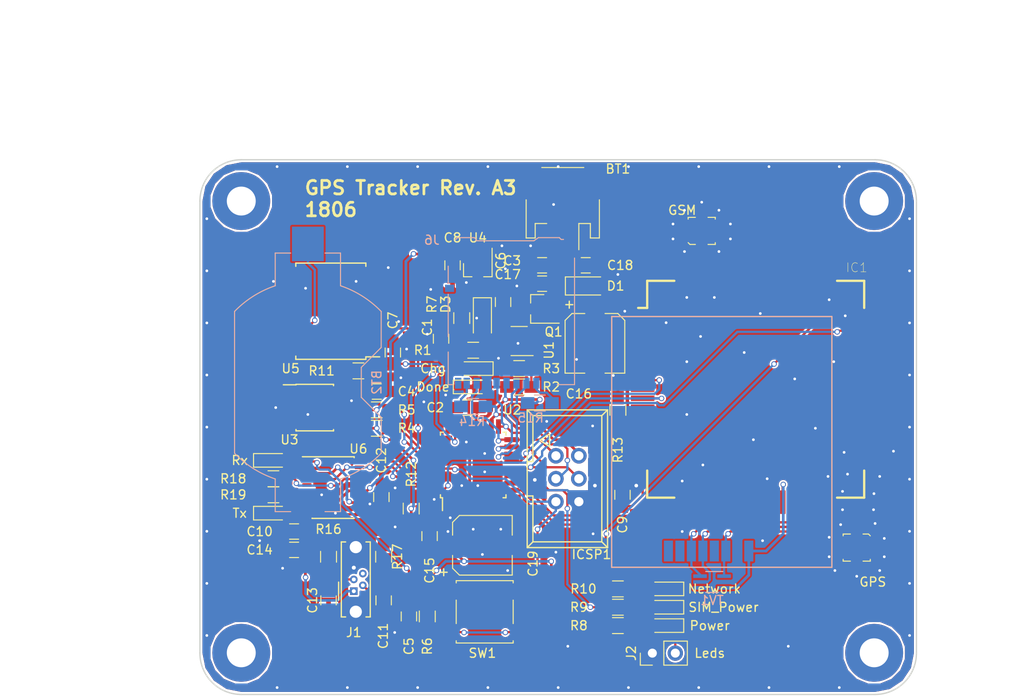
<source format=kicad_pcb>
(kicad_pcb (version 4) (host pcbnew 4.0.7)
  (layers (0 F.Cu signal) (31 B.Cu signal) (34 B.Paste user) (35 F.Paste user) (36 B.SilkS user) (37 F.SilkS user) (38 B.Mask user) (39 F.Mask user) (44 Edge.Cuts user))
  (net 0 "")
  (net 1 +BATT)
  (net 2 GND)
  (net 3 "Net-(BT2-Pad1)")
  (net 4 VBUS)
  (net 5 "Net-(C2-Pad1)")
  (net 6 +3V3)
  (net 7 /ARD_RST)
  (net 8 /DTR)
  (net 9 "Net-(C6-Pad1)")
  (net 10 /RTC_PWR)
  (net 11 "Net-(C9-Pad1)")
  (net 12 "Net-(C11-Pad1)")
  (net 13 "Net-(C13-Pad1)")
  (net 14 +2V8)
  (net 15 /SIM808_P)
  (net 16 "Net-(IC1-Pad9)")
  (net 17 /SIM808_RI)
  (net 18 "Net-(IC1-Pad11)")
  (net 19 "Net-(IC1-Pad12)")
  (net 20 "Net-(IC1-Pad13)")
  (net 21 /ARD_HRX)
  (net 22 /ARD_HTX)
  (net 23 "Net-(IC1-Pad19)")
  (net 24 "Net-(IC1-Pad20)")
  (net 25 "Net-(IC1-Pad21)")
  (net 26 "Net-(IC1-Pad22)")
  (net 27 "Net-(IC1-Pad23)")
  (net 28 "Net-(IC1-Pad24)")
  (net 29 "Net-(IC1-Pad25)")
  (net 30 "Net-(IC1-Pad26)")
  (net 31 "Net-(IC1-Pad27)")
  (net 32 +1V8)
  (net 33 /SIMDATA)
  (net 34 /SIMCLK)
  (net 35 /SIMRST)
  (net 36 "Net-(IC1-Pad33)")
  (net 37 "Net-(IC1-Pad37)")
  (net 38 "Net-(IC1-Pad38)")
  (net 39 "Net-(IC1-Pad39)")
  (net 40 "Net-(IC1-Pad41)")
  (net 41 "Net-(IC1-Pad42)")
  (net 42 "Net-(IC1-Pad43)")
  (net 43 "Net-(IC1-Pad44)")
  (net 44 "Net-(IC1-Pad45)")
  (net 45 "Net-(IC1-Pad46)")
  (net 46 "Net-(IC1-Pad47)")
  (net 47 "Net-(IC1-Pad48)")
  (net 48 /SIM808_S)
  (net 49 /NETWORK_LED)
  (net 50 "Net-(IC1-Pad53)")
  (net 51 "Net-(IC1-Pad55)")
  (net 52 "Net-(IC1-Pad56)")
  (net 53 "Net-(IC1-Pad57)")
  (net 54 "Net-(IC1-Pad58)")
  (net 55 "Net-(IC1-Pad59)")
  (net 56 "Net-(IC1-Pad60)")
  (net 57 "Net-(IC1-Pad61)")
  (net 58 "Net-(IC1-Pad62)")
  (net 59 "Net-(IC1-Pad63)")
  (net 60 /ARD_MISO)
  (net 61 /ARD_SCK)
  (net 62 /ARD_MOSI)
  (net 63 "Net-(J1-Pad4)")
  (net 64 "Net-(J2-Pad2)")
  (net 65 "Net-(J3-Pad6)")
  (net 66 "Net-(J6-Pad8)")
  (net 67 /ARD_IO10)
  (net 68 "Net-(J6-Pad1)")
  (net 69 "Net-(R1-Pad1)")
  (net 70 "Net-(R2-Pad2)")
  (net 71 /SDA)
  (net 72 /SCL)
  (net 73 /WAKE_UP)
  (net 74 "Net-(R16-Pad1)")
  (net 75 "Net-(R17-Pad2)")
  (net 76 "Net-(R18-Pad1)")
  (net 77 "Net-(R19-Pad1)")
  (net 78 "Net-(U2-Pad7)")
  (net 79 "Net-(U2-Pad8)")
  (net 80 "Net-(U2-Pad19)")
  (net 81 "Net-(U2-Pad22)")
  (net 82 "Net-(U2-Pad24)")
  (net 83 "Net-(U2-Pad25)")
  (net 84 "Net-(U2-Pad26)")
  (net 85 /ARD_RX)
  (net 86 /ARD_TX)
  (net 87 "Net-(U5-Pad1)")
  (net 88 "Net-(U5-Pad4)")
  (net 89 "Net-(U6-Pad2)")
  (net 90 +3V3_FDTI)
  (net 91 "Net-(U6-Pad5)")
  (net 92 "Net-(U6-Pad7)")
  (net 93 "Net-(U6-Pad8)")
  (net 94 "Net-(U6-Pad18)")
  (net 95 "Net-(U6-Pad19)")
  (net 96 "Net-(LED1-Pad1)")
  (net 97 "Net-(LED2-Pad2)")
  (net 98 "Net-(LED3-Pad2)")
  (net 99 "Net-(LED4-Pad2)")
  (net 100 "Net-(LED5-Pad2)")
  (net 101 "Net-(U2-Pad2)")
  (net 102 "Net-(TV1-Pad4)")
  (net 103 +3.3VP)
  (net 104 /GPS)
  (net 105 /GSM)
  (net 106 /SIM_RST)
  (net 107 "Net-(J6-Pad9)")
  (net 108 "Net-(LED6-Pad1)")
  (net 109 "Net-(LED7-Pad1)")
  (module custom-conn:Via-0.6mm (layer F.Cu) (at 129.921 86.36)
    (fp_text reference VIA** hide)
    (fp_text value Via-0.6mm hide)
    (pad 1 thru_hole circle (at 0 0) (size 0.6 0.6) (drill 0.3) (layers *.Cu) (net 2 GND))
  )
  (module custom-conn:Via-0.6mm (layer F.Cu) (at 118.11 106.934)
    (fp_text reference VIA** hide)
    (fp_text value Via-0.6mm hide)
    (pad 1 thru_hole circle (at 0 0) (size 0.6 0.6) (drill 0.3) (layers *.Cu) (net 2 GND))
  )
  (module Housings_QFP:TQFP-32_7x7mm_Pitch0.8mm (layer F.Cu) (at 129.54 102.616 90)
    (fp_text reference U2 (at 6.096 4.318 180) (layer F.SilkS))
    (fp_text value ATMEGA328P-AU hide)
    (pad 1 smd rect (at -4.25 -2.8 90) (size 1.6 0.55) (layers F.Cu F.Paste F.Mask) (net 73 /WAKE_UP))
    (pad 2 smd rect (at -4.25 -2 90) (size 1.6 0.55) (layers F.Cu F.Paste F.Mask) (net 101 "Net-(U2-Pad2)"))
    (pad 3 smd rect (at -4.25 -1.2 90) (size 1.6 0.55) (layers F.Cu F.Paste F.Mask) (net 2 GND))
    (pad 4 smd rect (at -4.25 -0.4 90) (size 1.6 0.55) (layers F.Cu F.Paste F.Mask) (net 6 +3V3))
    (pad 5 smd rect (at -4.25 0.4 90) (size 1.6 0.55) (layers F.Cu F.Paste F.Mask) (net 2 GND))
    (pad 6 smd rect (at -4.25 1.2 90) (size 1.6 0.55) (layers F.Cu F.Paste F.Mask) (net 6 +3V3))
    (pad 7 smd rect (at -4.25 2 90) (size 1.6 0.55) (layers F.Cu F.Paste F.Mask) (net 78 "Net-(U2-Pad7)"))
    (pad 8 smd rect (at -4.25 2.8 90) (size 1.6 0.55) (layers F.Cu F.Paste F.Mask) (net 79 "Net-(U2-Pad8)"))
    (pad 9 smd rect (at -2.8 4.25 180) (size 1.6 0.55) (layers F.Cu F.Paste F.Mask) (net 106 /SIM_RST))
    (pad 10 smd rect (at -2 4.25 180) (size 1.6 0.55) (layers F.Cu F.Paste F.Mask) (net 22 /ARD_HTX))
    (pad 11 smd rect (at -1.2 4.25 180) (size 1.6 0.55) (layers F.Cu F.Paste F.Mask) (net 21 /ARD_HRX))
    (pad 12 smd rect (at -0.4 4.25 180) (size 1.6 0.55) (layers F.Cu F.Paste F.Mask) (net 48 /SIM808_S))
    (pad 13 smd rect (at 0.4 4.25 180) (size 1.6 0.55) (layers F.Cu F.Paste F.Mask) (net 15 /SIM808_P))
    (pad 14 smd rect (at 1.2 4.25 180) (size 1.6 0.55) (layers F.Cu F.Paste F.Mask) (net 67 /ARD_IO10))
    (pad 15 smd rect (at 2 4.25 180) (size 1.6 0.55) (layers F.Cu F.Paste F.Mask) (net 62 /ARD_MOSI))
    (pad 16 smd rect (at 2.8 4.25 180) (size 1.6 0.55) (layers F.Cu F.Paste F.Mask) (net 60 /ARD_MISO))
    (pad 17 smd rect (at 4.25 2.8 90) (size 1.6 0.55) (layers F.Cu F.Paste F.Mask) (net 61 /ARD_SCK))
    (pad 18 smd rect (at 4.25 2 90) (size 1.6 0.55) (layers F.Cu F.Paste F.Mask) (net 6 +3V3))
    (pad 19 smd rect (at 4.25 1.2 90) (size 1.6 0.55) (layers F.Cu F.Paste F.Mask) (net 80 "Net-(U2-Pad19)"))
    (pad 20 smd rect (at 4.25 0.4 90) (size 1.6 0.55) (layers F.Cu F.Paste F.Mask) (net 5 "Net-(C2-Pad1)"))
    (pad 21 smd rect (at 4.25 -0.4 90) (size 1.6 0.55) (layers F.Cu F.Paste F.Mask) (net 2 GND))
    (pad 22 smd rect (at 4.25 -1.2 90) (size 1.6 0.55) (layers F.Cu F.Paste F.Mask) (net 81 "Net-(U2-Pad22)"))
    (pad 23 smd rect (at 4.25 -2 90) (size 1.6 0.55) (layers F.Cu F.Paste F.Mask) (net 10 /RTC_PWR))
    (pad 24 smd rect (at 4.25 -2.8 90) (size 1.6 0.55) (layers F.Cu F.Paste F.Mask) (net 82 "Net-(U2-Pad24)"))
    (pad 25 smd rect (at 2.8 -4.25 180) (size 1.6 0.55) (layers F.Cu F.Paste F.Mask) (net 83 "Net-(U2-Pad25)"))
    (pad 26 smd rect (at 2 -4.25 180) (size 1.6 0.55) (layers F.Cu F.Paste F.Mask) (net 84 "Net-(U2-Pad26)"))
    (pad 27 smd rect (at 1.2 -4.25 180) (size 1.6 0.55) (layers F.Cu F.Paste F.Mask) (net 71 /SDA))
    (pad 28 smd rect (at 0.4 -4.25 180) (size 1.6 0.55) (layers F.Cu F.Paste F.Mask) (net 72 /SCL))
    (pad 29 smd rect (at -0.4 -4.25 180) (size 1.6 0.55) (layers F.Cu F.Paste F.Mask) (net 7 /ARD_RST))
    (pad 30 smd rect (at -1.2 -4.25 180) (size 1.6 0.55) (layers F.Cu F.Paste F.Mask) (net 85 /ARD_RX))
    (pad 31 smd rect (at -2 -4.25 180) (size 1.6 0.55) (layers F.Cu F.Paste F.Mask) (net 86 /ARD_TX))
    (pad 32 smd rect (at -2.8 -4.25 180) (size 1.6 0.55) (layers F.Cu F.Paste F.Mask) (net 17 /SIM808_RI))
  )
  (module custom-conn:Via-0.6mm (layer F.Cu) (at 125.222 106.426)
    (fp_text reference VIA** hide)
    (fp_text value Via-0.6mm hide)
    (pad 1 thru_hole circle (at 0 0) (size 0.6 0.6) (drill 0.3) (layers *.Cu) (net 2 GND))
  )
  (module custom-conn:Via-0.6mm (layer F.Cu) (at 170.387 107.569)
    (fp_text reference VIA** hide)
    (fp_text value Via-0.6mm hide)
    (pad 1 thru_hole circle (at 0 0) (size 0.6 0.6) (drill 0.3) (layers *.Cu) (net 2 GND))
  )
  (module custom-conn:Via-0.6mm (layer F.Cu) (at 173.816 107.569)
    (fp_text reference VIA** hide)
    (fp_text value Via-0.6mm hide)
    (pad 1 thru_hole circle (at 0 0) (size 0.6 0.6) (drill 0.3) (layers *.Cu) (net 2 GND))
  )
  (module custom-ic:QFN100P2400X2400X260-68N (layer F.Cu) (at 160.782 94.234)
    (fp_text reference IC1 (at 11.176 -13.462) (layer F.SilkS) (effects (font (size 1.00176 1.00176) (thickness 0.05))))
    (fp_text value SIM808 hide)
    (pad 1 smd rect (at -12.5 -8) (size 2.6 0.6) (layers F.Cu F.Paste F.Mask) (net 2 GND))
    (pad 2 smd rect (at -12.5 -7) (size 2.6 0.6) (layers F.Cu F.Paste F.Mask) (net 2 GND))
    (pad 3 smd rect (at -12.5 -6) (size 2.6 0.6) (layers F.Cu F.Paste F.Mask) (net 2 GND))
    (pad 4 smd rect (at -12.5 -5) (size 2.6 0.6) (layers F.Cu F.Paste F.Mask) (net 1 +BATT))
    (pad 5 smd rect (at -12.5 -4) (size 2.6 0.6) (layers F.Cu F.Paste F.Mask) (net 1 +BATT))
    (pad 6 smd rect (at -12.5 -3) (size 2.6 0.6) (layers F.Cu F.Paste F.Mask) (net 1 +BATT))
    (pad 7 smd rect (at -12.5 -2) (size 2.6 0.6) (layers F.Cu F.Paste F.Mask) (net 14 +2V8))
    (pad 8 smd rect (at -12.5 -1) (size 2.6 0.6) (layers F.Cu F.Paste F.Mask) (net 15 /SIM808_P))
    (pad 9 smd rect (at -12.5 0) (size 2.6 0.6) (layers F.Cu F.Paste F.Mask) (net 16 "Net-(IC1-Pad9)"))
    (pad 10 smd rect (at -12.5 1) (size 2.6 0.6) (layers F.Cu F.Paste F.Mask) (net 17 /SIM808_RI))
    (pad 11 smd rect (at -12.5 2) (size 2.6 0.6) (layers F.Cu F.Paste F.Mask) (net 18 "Net-(IC1-Pad11)"))
    (pad 12 smd rect (at -12.5 3) (size 2.6 0.6) (layers F.Cu F.Paste F.Mask) (net 19 "Net-(IC1-Pad12)"))
    (pad 13 smd rect (at -12.5 4) (size 2.6 0.6) (layers F.Cu F.Paste F.Mask) (net 20 "Net-(IC1-Pad13)"))
    (pad 14 smd rect (at -12.5 5) (size 2.6 0.6) (layers F.Cu F.Paste F.Mask) (net 21 /ARD_HRX))
    (pad 15 smd rect (at -12.5 6) (size 2.6 0.6) (layers F.Cu F.Paste F.Mask) (net 22 /ARD_HTX))
    (pad 16 smd rect (at -12.5 7) (size 2.6 0.6) (layers F.Cu F.Paste F.Mask) (net 106 /SIM_RST))
    (pad 17 smd rect (at -12.5 8) (size 2.6 0.6) (layers F.Cu F.Paste F.Mask) (net 11 "Net-(C9-Pad1)"))
    (pad 18 smd rect (at -8 12.5 90) (size 2.6 0.6) (layers F.Cu F.Paste F.Mask) (net 2 GND))
    (pad 19 smd rect (at -7 12.5 90) (size 2.6 0.6) (layers F.Cu F.Paste F.Mask) (net 23 "Net-(IC1-Pad19)"))
    (pad 20 smd rect (at -6 12.5 90) (size 2.6 0.6) (layers F.Cu F.Paste F.Mask) (net 24 "Net-(IC1-Pad20)"))
    (pad 21 smd rect (at -5 12.5 90) (size 2.6 0.6) (layers F.Cu F.Paste F.Mask) (net 25 "Net-(IC1-Pad21)"))
    (pad 22 smd rect (at -4 12.5 90) (size 2.6 0.6) (layers F.Cu F.Paste F.Mask) (net 26 "Net-(IC1-Pad22)"))
    (pad 23 smd rect (at -3 12.5 90) (size 2.6 0.6) (layers F.Cu F.Paste F.Mask) (net 27 "Net-(IC1-Pad23)"))
    (pad 24 smd rect (at -2 12.5 90) (size 2.6 0.6) (layers F.Cu F.Paste F.Mask) (net 28 "Net-(IC1-Pad24)"))
    (pad 25 smd rect (at -1 12.5 90) (size 2.6 0.6) (layers F.Cu F.Paste F.Mask) (net 29 "Net-(IC1-Pad25)"))
    (pad 26 smd rect (at 0 12.5 90) (size 2.6 0.6) (layers F.Cu F.Paste F.Mask) (net 30 "Net-(IC1-Pad26)"))
    (pad 27 smd rect (at 1 12.5 90) (size 2.6 0.6) (layers F.Cu F.Paste F.Mask) (net 31 "Net-(IC1-Pad27)"))
    (pad 28 smd rect (at 2 12.5 90) (size 2.6 0.6) (layers F.Cu F.Paste F.Mask) (net 2 GND))
    (pad 29 smd rect (at 3 12.5 90) (size 2.6 0.6) (layers F.Cu F.Paste F.Mask) (net 32 +1V8))
    (pad 30 smd rect (at 4 12.5 90) (size 2.6 0.6) (layers F.Cu F.Paste F.Mask) (net 33 /SIMDATA))
    (pad 31 smd rect (at 5 12.5 90) (size 2.6 0.6) (layers F.Cu F.Paste F.Mask) (net 34 /SIMCLK))
    (pad 32 smd rect (at 6 12.5 90) (size 2.6 0.6) (layers F.Cu F.Paste F.Mask) (net 35 /SIMRST))
    (pad 33 smd rect (at 7 12.5 90) (size 2.6 0.6) (layers F.Cu F.Paste F.Mask) (net 36 "Net-(IC1-Pad33)"))
    (pad 34 smd rect (at 8 12.5 90) (size 2.6 0.6) (layers F.Cu F.Paste F.Mask) (net 2 GND))
    (pad 35 smd rect (at 12.5 8 180) (size 2.6 0.6) (layers F.Cu F.Paste F.Mask) (net 104 /GPS))
    (pad 36 smd rect (at 12.5 7 180) (size 2.6 0.6) (layers F.Cu F.Paste F.Mask) (net 2 GND))
    (pad 37 smd rect (at 12.5 6 180) (size 2.6 0.6) (layers F.Cu F.Paste F.Mask) (net 37 "Net-(IC1-Pad37)"))
    (pad 38 smd rect (at 12.5 5 180) (size 2.6 0.6) (layers F.Cu F.Paste F.Mask) (net 38 "Net-(IC1-Pad38)"))
    (pad 39 smd rect (at 12.5 4 180) (size 2.6 0.6) (layers F.Cu F.Paste F.Mask) (net 39 "Net-(IC1-Pad39)"))
    (pad 40 smd rect (at 12.5 3 180) (size 2.6 0.6) (layers F.Cu F.Paste F.Mask) (net 2 GND))
    (pad 41 smd rect (at 12.5 2 180) (size 2.6 0.6) (layers F.Cu F.Paste F.Mask) (net 40 "Net-(IC1-Pad41)"))
    (pad 42 smd rect (at 12.5 1 180) (size 2.6 0.6) (layers F.Cu F.Paste F.Mask) (net 41 "Net-(IC1-Pad42)"))
    (pad 43 smd rect (at 12.5 0 180) (size 2.6 0.6) (layers F.Cu F.Paste F.Mask) (net 42 "Net-(IC1-Pad43)"))
    (pad 44 smd rect (at 12.5 -1 180) (size 2.6 0.6) (layers F.Cu F.Paste F.Mask) (net 43 "Net-(IC1-Pad44)"))
    (pad 45 smd rect (at 12.5 -2 180) (size 2.6 0.6) (layers F.Cu F.Paste F.Mask) (net 44 "Net-(IC1-Pad45)"))
    (pad 46 smd rect (at 12.5 -3 180) (size 2.6 0.6) (layers F.Cu F.Paste F.Mask) (net 45 "Net-(IC1-Pad46)"))
    (pad 47 smd rect (at 12.5 -4 180) (size 2.6 0.6) (layers F.Cu F.Paste F.Mask) (net 46 "Net-(IC1-Pad47)"))
    (pad 48 smd rect (at 12.5 -5 180) (size 2.6 0.6) (layers F.Cu F.Paste F.Mask) (net 47 "Net-(IC1-Pad48)"))
    (pad 49 smd rect (at 12.5 -6 180) (size 2.6 0.6) (layers F.Cu F.Paste F.Mask) (net 48 /SIM808_S))
    (pad 50 smd rect (at 12.5 -7 180) (size 2.6 0.6) (layers F.Cu F.Paste F.Mask) (net 49 /NETWORK_LED))
    (pad 51 smd rect (at 12.5 -8 180) (size 2.6 0.6) (layers F.Cu F.Paste F.Mask) (net 2 GND))
    (pad 52 smd rect (at 8 -12.5 270) (size 2.6 0.6) (layers F.Cu F.Paste F.Mask) (net 2 GND))
    (pad 53 smd rect (at 7 -12.5 270) (size 2.6 0.6) (layers F.Cu F.Paste F.Mask) (net 50 "Net-(IC1-Pad53)"))
    (pad 54 smd rect (at 6 -12.5 270) (size 2.6 0.6) (layers F.Cu F.Paste F.Mask) (net 2 GND))
    (pad 55 smd rect (at 5 -12.5 270) (size 2.6 0.6) (layers F.Cu F.Paste F.Mask) (net 51 "Net-(IC1-Pad55)"))
    (pad 56 smd rect (at 4 -12.5 270) (size 2.6 0.6) (layers F.Cu F.Paste F.Mask) (net 52 "Net-(IC1-Pad56)"))
    (pad 57 smd rect (at 3 -12.5 270) (size 2.6 0.6) (layers F.Cu F.Paste F.Mask) (net 53 "Net-(IC1-Pad57)"))
    (pad 58 smd rect (at 2 -12.5 270) (size 2.6 0.6) (layers F.Cu F.Paste F.Mask) (net 54 "Net-(IC1-Pad58)"))
    (pad 59 smd rect (at 1 -12.5 270) (size 2.6 0.6) (layers F.Cu F.Paste F.Mask) (net 55 "Net-(IC1-Pad59)"))
    (pad 60 smd rect (at 0 -12.5 270) (size 2.6 0.6) (layers F.Cu F.Paste F.Mask) (net 56 "Net-(IC1-Pad60)"))
    (pad 61 smd rect (at -1 -12.5 270) (size 2.6 0.6) (layers F.Cu F.Paste F.Mask) (net 57 "Net-(IC1-Pad61)"))
    (pad 62 smd rect (at -2 -12.5 270) (size 2.6 0.6) (layers F.Cu F.Paste F.Mask) (net 58 "Net-(IC1-Pad62)"))
    (pad 63 smd rect (at -3 -12.5 270) (size 2.6 0.6) (layers F.Cu F.Paste F.Mask) (net 59 "Net-(IC1-Pad63)"))
    (pad 64 smd rect (at -4 -12.5 270) (size 2.6 0.6) (layers F.Cu F.Paste F.Mask) (net 2 GND))
    (pad 65 smd rect (at -5 -12.5 270) (size 2.6 0.6) (layers F.Cu F.Paste F.Mask) (net 2 GND))
    (pad 66 smd rect (at -6 -12.5 270) (size 2.6 0.6) (layers F.Cu F.Paste F.Mask) (net 105 /GSM))
    (pad 67 smd rect (at -7 -12.5 270) (size 2.6 0.6) (layers F.Cu F.Paste F.Mask) (net 2 GND))
    (pad 68 smd rect (at -8 -12.5 270) (size 2.6 0.6) (layers F.Cu F.Paste F.Mask) (net 2 GND))
  )
  (module custom-conn:Via-0.6mm (layer F.Cu) (at 142.748 98.298)
    (fp_text reference VIA** hide)
    (fp_text value Via-0.6mm hide)
    (pad 1 thru_hole circle (at 0 0) (size 0.6 0.6) (drill 0.3) (layers *.Cu) (net 2 GND))
  )
  (module custom-conn:Via-0.6mm (layer F.Cu) (at 130.81 101.346)
    (fp_text reference VIA** hide)
    (fp_text value Via-0.6mm hide)
    (pad 1 thru_hole circle (at 0 0) (size 0.6 0.6) (drill 0.3) (layers *.Cu) (net 2 GND))
  )
  (module custom-conn:Via-0.6mm (layer F.Cu) (at 130.81 103.378)
    (fp_text reference VIA** hide)
    (fp_text value Via-0.6mm hide)
    (pad 1 thru_hole circle (at 0 0) (size 0.6 0.6) (drill 0.3) (layers *.Cu) (net 2 GND))
  )
  (module custom-conn:Via-0.6mm (layer F.Cu) (at 142.7988 110.236)
    (fp_text reference VIA** hide)
    (fp_text value Via-0.6mm hide)
    (pad 1 thru_hole circle (at 0 0) (size 0.6 0.6) (drill 0.3) (layers *.Cu) (net 2 GND))
  )
  (module custom-conn:Via-0.6mm (layer F.Cu) (at 138.684 112.268)
    (fp_text reference VIA** hide)
    (fp_text value Via-0.6mm hide)
    (pad 1 thru_hole circle (at 0 0) (size 0.6 0.6) (drill 0.3) (layers *.Cu) (net 2 GND))
  )
  (module custom-conn:Via-0.6mm (layer F.Cu) (at 132.334 90.805)
    (fp_text reference VIA** hide)
    (fp_text value Via-0.6mm hide)
    (pad 1 thru_hole circle (at 0 0) (size 0.6 0.6) (drill 0.3) (layers *.Cu) (net 2 GND))
  )
  (module custom-conn:Via-0.6mm (layer F.Cu) (at 133.096 80.899)
    (fp_text reference VIA** hide)
    (fp_text value Via-0.6mm hide)
    (pad 1 thru_hole circle (at 0 0) (size 0.6 0.6) (drill 0.3) (layers *.Cu) (net 2 GND))
  )
  (module custom-conn:Via-0.6mm (layer F.Cu) (at 124.46 88.138)
    (fp_text reference VIA** hide)
    (fp_text value Via-0.6mm hide)
    (pad 1 thru_hole circle (at 0 0) (size 0.6 0.6) (drill 0.3) (layers *.Cu) (net 2 GND))
  )
  (module custom-conn:Via-0.6mm (layer F.Cu) (at 137.668 97.79)
    (fp_text reference VIA** hide)
    (fp_text value Via-0.6mm hide)
    (pad 1 thru_hole circle (at 0 0) (size 0.6 0.6) (drill 0.3) (layers *.Cu) (net 2 GND))
  )
  (module custom-conn:Via-0.6mm (layer F.Cu) (at 128.778 82.423)
    (fp_text reference VIA** hide)
    (fp_text value Via-0.6mm hide)
    (pad 1 thru_hole circle (at 0 0) (size 0.6 0.6) (drill 0.3) (layers *.Cu) (net 2 GND))
  )
  (module custom-conn:Via-0.6mm (layer F.Cu) (at 132.715 78.359)
    (fp_text reference VIA** hide)
    (fp_text value Via-0.6mm hide)
    (pad 1 thru_hole circle (at 0 0) (size 0.6 0.6) (drill 0.3) (layers *.Cu) (net 2 GND))
  )
  (module custom-conn:Via-0.6mm (layer F.Cu) (at 162.052 104.14)
    (fp_text reference VIA** hide)
    (fp_text value Via-0.6mm hide)
    (pad 1 thru_hole circle (at 0 0) (size 0.6 0.6) (drill 0.3) (layers *.Cu) (net 2 GND))
  )
  (module custom-conn:Via-0.6mm (layer F.Cu) (at 161.544 110.998)
    (fp_text reference VIA** hide)
    (fp_text value Via-0.6mm hide)
    (pad 1 thru_hole circle (at 0 0) (size 0.6 0.6) (drill 0.3) (layers *.Cu) (net 2 GND))
  )
  (module acronet:47553-0001 (layer B.Cu) (at 151.13 91.44 90)
    (fp_text reference J3 hide)
    (fp_text value 47553-0001 hide)
    (pad 3 smd rect (at -20.7 3.81 90) (size 2.3 1) (layers B.Cu B.Paste B.Mask) (net 34 /SIMCLK))
    (pad CD1 smd rect (at -20.7 1.27 90) (size 2.3 1) (layers B.Cu B.Paste B.Mask))
    (pad CD2 smd rect (at -20.7 0 90) (size 2.3 1) (layers B.Cu B.Paste B.Mask))
    (pad 2 smd rect (at -20.7 6.35 90) (size 2.3 1) (layers B.Cu B.Paste B.Mask) (net 35 /SIMRST))
    (pad 1 smd rect (at -20.7 8.89 90) (size 2.3 1) (layers B.Cu B.Paste B.Mask) (net 32 +1V8))
    (pad 7 smd rect (at -20.7 2.54 90) (size 2.3 1) (layers B.Cu B.Paste B.Mask) (net 33 /SIMDATA))
    (pad 5 smd rect (at -20.7 7.62 90) (size 2.3 1) (layers B.Cu B.Paste B.Mask) (net 2 GND))
    (pad 6 smd rect (at -20.7 5.08 90) (size 2.3 1) (layers B.Cu B.Paste B.Mask) (net 65 "Net-(J3-Pad6)"))
    (pad GND1 smd rect (at 0 16.18 90) (size 2.95 1.5) (layers B.Cu B.Paste B.Mask) (net 2 GND))
    (pad GND2 smd rect (at 0 -4.37 90) (size 2.95 1.5) (layers B.Cu B.Paste B.Mask) (net 2 GND))
  )
  (module custom-conn:Via-0.6mm (layer F.Cu) (at 176.022 101.092)
    (fp_text reference VIA** hide)
    (fp_text value Via-0.6mm hide)
    (pad 1 thru_hole circle (at 0 0) (size 0.6 0.6) (drill 0.3) (layers *.Cu) (net 2 GND))
  )
  (module custom-conn:Via-0.6mm (layer F.Cu) (at 164.3888 122.682)
    (fp_text reference VIA** hide)
    (fp_text value Via-0.6mm hide)
    (pad 1 thru_hole circle (at 0 0) (size 0.6 0.6) (drill 0.3) (layers *.Cu) (net 2 GND))
  )
  (module custom-conn:Via-0.6mm (layer F.Cu) (at 140.0048 122.682)
    (fp_text reference VIA** hide)
    (fp_text value Via-0.6mm hide)
    (pad 1 thru_hole circle (at 0 0) (size 0.6 0.6) (drill 0.3) (layers *.Cu) (net 2 GND))
  )
  (module custom-conn:Via-0.6mm (layer F.Cu) (at 120.857 121.158)
    (fp_text reference VIA** hide)
    (fp_text value Via-0.6mm hide)
    (pad 1 thru_hole circle (at 0 0) (size 0.6 0.6) (drill 0.3) (layers *.Cu) (net 2 GND))
  )
  (module custom-conn:Via-0.6mm (layer F.Cu) (at 114.3 107.95)
    (fp_text reference VIA** hide)
    (fp_text value Via-0.6mm hide)
    (pad 1 thru_hole circle (at 0 0) (size 0.6 0.6) (drill 0.3) (layers *.Cu) (net 2 GND))
  )
  (module Capacitors_SMD:C_0805_HandSoldering (layer F.Cu) (at 120.65 90.17 90)
    (fp_text reference C7 (at 3.556 0 90) (layer F.SilkS))
    (fp_text value 0.1uF hide)
    (pad 1 smd rect (at -1.25 0 90) (size 1.5 1.25) (layers F.Cu F.Paste F.Mask) (net 10 /RTC_PWR))
    (pad 2 smd rect (at 1.25 0 90) (size 1.5 1.25) (layers F.Cu F.Paste F.Mask) (net 2 GND))
  )
  (module custom-conn:Via-0.6mm (layer F.Cu) (at 175.006 112.776)
    (fp_text reference VIA** hide)
    (fp_text value Via-0.6mm hide)
    (pad 1 thru_hole circle (at 0 0) (size 0.6 0.6) (drill 0.3) (layers *.Cu) (net 2 GND))
  )
  (module custom-conn:Via-0.6mm (layer F.Cu) (at 177.8 121.4882)
    (fp_text reference VIA** hide)
    (fp_text value Via-0.6mm hide)
    (pad 1 thru_hole circle (at 0 0) (size 0.6 0.6) (drill 0.3) (layers *.Cu) (net 2 GND))
  )
  (module custom-conn:Via-0.6mm (layer F.Cu) (at 177.8 115.7224)
    (fp_text reference VIA** hide)
    (fp_text value Via-0.6mm hide)
    (pad 1 thru_hole circle (at 0 0) (size 0.6 0.6) (drill 0.3) (layers *.Cu) (net 2 GND))
  )
  (module custom-conn:Via-0.6mm (layer F.Cu) (at 177.8 109.9566)
    (fp_text reference VIA** hide)
    (fp_text value Via-0.6mm hide)
    (pad 1 thru_hole circle (at 0 0) (size 0.6 0.6) (drill 0.3) (layers *.Cu) (net 2 GND))
  )
  (module custom-conn:Via-0.6mm (layer F.Cu) (at 177.8 104.1908)
    (fp_text reference VIA** hide)
    (fp_text value Via-0.6mm hide)
    (pad 1 thru_hole circle (at 0 0) (size 0.6 0.6) (drill 0.3) (layers *.Cu) (net 2 GND))
  )
  (module custom-conn:Via-0.6mm (layer F.Cu) (at 177.8 98.425)
    (fp_text reference VIA** hide)
    (fp_text value Via-0.6mm hide)
    (pad 1 thru_hole circle (at 0 0) (size 0.6 0.6) (drill 0.3) (layers *.Cu) (net 2 GND))
  )
  (module custom-conn:Via-0.6mm (layer F.Cu) (at 177.8 92.6592)
    (fp_text reference VIA** hide)
    (fp_text value Via-0.6mm hide)
    (pad 1 thru_hole circle (at 0 0) (size 0.6 0.6) (drill 0.3) (layers *.Cu) (net 2 GND))
  )
  (module custom-conn:Via-0.6mm (layer F.Cu) (at 177.8 86.8934)
    (fp_text reference VIA** hide)
    (fp_text value Via-0.6mm hide)
    (pad 1 thru_hole circle (at 0 0) (size 0.6 0.6) (drill 0.3) (layers *.Cu) (net 2 GND))
  )
  (module custom-conn:Via-0.6mm (layer F.Cu) (at 177.8 81.1276)
    (fp_text reference VIA** hide)
    (fp_text value Via-0.6mm hide)
    (pad 1 thru_hole circle (at 0 0) (size 0.6 0.6) (drill 0.3) (layers *.Cu) (net 2 GND))
  )
  (module custom-conn:Via-0.6mm (layer F.Cu) (at 177.8 75.3618)
    (fp_text reference VIA** hide)
    (fp_text value Via-0.6mm hide)
    (pad 1 thru_hole circle (at 0 0) (size 0.6 0.6) (drill 0.3) (layers *.Cu) (net 2 GND))
  )
  (module custom-conn:Via-0.6mm (layer F.Cu) (at 170.0276 127.254)
    (fp_text reference VIA** hide)
    (fp_text value Via-0.6mm hide)
    (pad 1 thru_hole circle (at 0 0) (size 0.6 0.6) (drill 0.3) (layers *.Cu) (net 2 GND))
  )
  (module custom-conn:Via-0.6mm (layer F.Cu) (at 162.2552 127.254)
    (fp_text reference VIA** hide)
    (fp_text value Via-0.6mm hide)
    (pad 1 thru_hole circle (at 0 0) (size 0.6 0.6) (drill 0.3) (layers *.Cu) (net 2 GND))
  )
  (module custom-conn:Via-0.6mm (layer F.Cu) (at 154.4828 127.254)
    (fp_text reference VIA** hide)
    (fp_text value Via-0.6mm hide)
    (pad 1 thru_hole circle (at 0 0) (size 0.6 0.6) (drill 0.3) (layers *.Cu) (net 2 GND))
  )
  (module custom-conn:Via-0.6mm (layer F.Cu) (at 146.7104 127.254)
    (fp_text reference VIA** hide)
    (fp_text value Via-0.6mm hide)
    (pad 1 thru_hole circle (at 0 0) (size 0.6 0.6) (drill 0.3) (layers *.Cu) (net 2 GND))
  )
  (module custom-conn:Via-0.6mm (layer F.Cu) (at 138.938 127.254)
    (fp_text reference VIA** hide)
    (fp_text value Via-0.6mm hide)
    (pad 1 thru_hole circle (at 0 0) (size 0.6 0.6) (drill 0.3) (layers *.Cu) (net 2 GND))
  )
  (module custom-conn:Via-0.6mm (layer F.Cu) (at 131.1656 127.254)
    (fp_text reference VIA** hide)
    (fp_text value Via-0.6mm hide)
    (pad 1 thru_hole circle (at 0 0) (size 0.6 0.6) (drill 0.3) (layers *.Cu) (net 2 GND))
  )
  (module custom-conn:Via-0.6mm (layer F.Cu) (at 123.3932 127.254)
    (fp_text reference VIA** hide)
    (fp_text value Via-0.6mm hide)
    (pad 1 thru_hole circle (at 0 0) (size 0.6 0.6) (drill 0.3) (layers *.Cu) (net 2 GND))
  )
  (module custom-conn:Via-0.6mm (layer F.Cu) (at 115.6208 127.254)
    (fp_text reference VIA** hide)
    (fp_text value Via-0.6mm hide)
    (pad 1 thru_hole circle (at 0 0) (size 0.6 0.6) (drill 0.3) (layers *.Cu) (net 2 GND))
  )
  (module custom-conn:Via-0.6mm (layer F.Cu) (at 107.8484 127.254)
    (fp_text reference VIA** hide)
    (fp_text value Via-0.6mm hide)
    (pad 1 thru_hole circle (at 0 0) (size 0.6 0.6) (drill 0.3) (layers *.Cu) (net 2 GND))
  )
  (module custom-conn:Via-0.6mm (layer F.Cu) (at 100.076 121.4882)
    (fp_text reference VIA** hide)
    (fp_text value Via-0.6mm hide)
    (pad 1 thru_hole circle (at 0 0) (size 0.6 0.6) (drill 0.3) (layers *.Cu) (net 2 GND))
  )
  (module custom-conn:Via-0.6mm (layer F.Cu) (at 100.076 115.7224)
    (fp_text reference VIA** hide)
    (fp_text value Via-0.6mm hide)
    (pad 1 thru_hole circle (at 0 0) (size 0.6 0.6) (drill 0.3) (layers *.Cu) (net 2 GND))
  )
  (module custom-conn:Via-0.6mm (layer F.Cu) (at 100.076 109.9566)
    (fp_text reference VIA** hide)
    (fp_text value Via-0.6mm hide)
    (pad 1 thru_hole circle (at 0 0) (size 0.6 0.6) (drill 0.3) (layers *.Cu) (net 2 GND))
  )
  (module custom-conn:Via-0.6mm (layer F.Cu) (at 100.076 104.1908)
    (fp_text reference VIA** hide)
    (fp_text value Via-0.6mm hide)
    (pad 1 thru_hole circle (at 0 0) (size 0.6 0.6) (drill 0.3) (layers *.Cu) (net 2 GND))
  )
  (module custom-conn:Via-0.6mm (layer F.Cu) (at 100.076 98.425)
    (fp_text reference VIA** hide)
    (fp_text value Via-0.6mm hide)
    (pad 1 thru_hole circle (at 0 0) (size 0.6 0.6) (drill 0.3) (layers *.Cu) (net 2 GND))
  )
  (module custom-conn:Via-0.6mm (layer F.Cu) (at 100.076 92.6592)
    (fp_text reference VIA** hide)
    (fp_text value Via-0.6mm hide)
    (pad 1 thru_hole circle (at 0 0) (size 0.6 0.6) (drill 0.3) (layers *.Cu) (net 2 GND))
  )
  (module custom-conn:Via-0.6mm (layer F.Cu) (at 100.076 86.8934)
    (fp_text reference VIA** hide)
    (fp_text value Via-0.6mm hide)
    (pad 1 thru_hole circle (at 0 0) (size 0.6 0.6) (drill 0.3) (layers *.Cu) (net 2 GND))
  )
  (module custom-conn:Via-0.6mm (layer F.Cu) (at 100.076 81.1276)
    (fp_text reference VIA** hide)
    (fp_text value Via-0.6mm hide)
    (pad 1 thru_hole circle (at 0 0) (size 0.6 0.6) (drill 0.3) (layers *.Cu) (net 2 GND))
  )
  (module custom-conn:Via-0.6mm (layer F.Cu) (at 100.076 75.3618)
    (fp_text reference VIA** hide)
    (fp_text value Via-0.6mm hide)
    (pad 1 thru_hole circle (at 0 0) (size 0.6 0.6) (drill 0.3) (layers *.Cu) (net 2 GND))
  )
  (module custom-conn:Via-0.6mm (layer F.Cu) (at 170.0276 69.596)
    (fp_text reference VIA** hide)
    (fp_text value Via-0.6mm hide)
    (pad 1 thru_hole circle (at 0 0) (size 0.6 0.6) (drill 0.3) (layers *.Cu) (net 2 GND))
  )
  (module custom-conn:Via-0.6mm (layer F.Cu) (at 162.2552 69.596)
    (fp_text reference VIA** hide)
    (fp_text value Via-0.6mm hide)
    (pad 1 thru_hole circle (at 0 0) (size 0.6 0.6) (drill 0.3) (layers *.Cu) (net 2 GND))
  )
  (module custom-conn:Via-0.6mm (layer F.Cu) (at 154.4828 69.596)
    (fp_text reference VIA** hide)
    (fp_text value Via-0.6mm hide)
    (pad 1 thru_hole circle (at 0 0) (size 0.6 0.6) (drill 0.3) (layers *.Cu) (net 2 GND))
  )
  (module custom-conn:Via-0.6mm (layer F.Cu) (at 146.7104 69.596)
    (fp_text reference VIA** hide)
    (fp_text value Via-0.6mm hide)
    (pad 1 thru_hole circle (at 0 0) (size 0.6 0.6) (drill 0.3) (layers *.Cu) (net 2 GND))
  )
  (module custom-conn:Via-0.6mm (layer F.Cu) (at 138.938 69.596)
    (fp_text reference VIA** hide)
    (fp_text value Via-0.6mm hide)
    (pad 1 thru_hole circle (at 0 0) (size 0.6 0.6) (drill 0.3) (layers *.Cu) (net 2 GND))
  )
  (module custom-conn:Via-0.6mm (layer F.Cu) (at 131.1656 69.596)
    (fp_text reference VIA** hide)
    (fp_text value Via-0.6mm hide)
    (pad 1 thru_hole circle (at 0 0) (size 0.6 0.6) (drill 0.3) (layers *.Cu) (net 2 GND))
  )
  (module custom-conn:Via-0.6mm (layer F.Cu) (at 123.3932 69.596)
    (fp_text reference VIA** hide)
    (fp_text value Via-0.6mm hide)
    (pad 1 thru_hole circle (at 0 0) (size 0.6 0.6) (drill 0.3) (layers *.Cu) (net 2 GND))
  )
  (module custom-conn:Via-0.6mm (layer F.Cu) (at 115.6208 69.596)
    (fp_text reference VIA** hide)
    (fp_text value Via-0.6mm hide)
    (pad 1 thru_hole circle (at 0 0) (size 0.6 0.6) (drill 0.3) (layers *.Cu) (net 2 GND))
  )
  (module custom-conn:Via-0.6mm (layer F.Cu) (at 107.8484 69.596)
    (fp_text reference VIA** hide)
    (fp_text value Via-0.6mm hide)
    (pad 1 thru_hole circle (at 0 0) (size 0.6 0.6) (drill 0.3) (layers *.Cu) (net 2 GND))
  )
  (module Mounting_Holes:MountingHole_3.2mm_M3_Pad (layer F.Cu) (at 173.886 123.406)
    (fp_text reference REF** hide)
    (fp_text value MountingHole_3.2mm_M3_Pad hide)
    (pad 1 thru_hole circle (at 0 0) (size 6.4 6.4) (drill 3.2) (layers *.Cu *.Mask))
  )
  (module Mounting_Holes:MountingHole_3.2mm_M3_Pad (layer F.Cu) (at 103.886 123.406)
    (fp_text reference REF** hide)
    (fp_text value MountingHole_3.2mm_M3_Pad hide)
    (pad 1 thru_hole circle (at 0 0) (size 6.4 6.4) (drill 3.2) (layers *.Cu *.Mask))
  )
  (module Mounting_Holes:MountingHole_3.2mm_M3_Pad (layer F.Cu) (at 173.886 73.406)
    (fp_text reference REF** hide)
    (fp_text value MountingHole_3.2mm_M3_Pad hide)
    (pad 1 thru_hole circle (at 0 0) (size 6.4 6.4) (drill 3.2) (layers *.Cu *.Mask))
  )
  (module Mounting_Holes:MountingHole_3.2mm_M3_Pad (layer F.Cu) (at 103.886 73.406)
    (fp_text reference REF** hide)
    (fp_text value MountingHole_3.2mm_M3_Pad hide)
    (pad 1 thru_hole circle (at 0 0) (size 6.4 6.4) (drill 3.2) (layers *.Cu *.Mask))
  )
  (module custom-conn:Via-0.6mm (layer F.Cu) (at 134.493 89.154)
    (fp_text reference VIA** hide)
    (fp_text value Via-0.6mm hide)
    (pad 1 thru_hole circle (at 0 0) (size 0.6 0.6) (drill 0.3) (layers *.Cu) (net 2 GND))
  )
  (module custom-conn:Via-0.6mm (layer F.Cu) (at 121.539 92.964)
    (fp_text reference VIA** hide)
    (fp_text value Via-0.6mm hide)
    (pad 1 thru_hole circle (at 0 0) (size 0.6 0.6) (drill 0.3) (layers *.Cu) (net 2 GND))
  )
  (module custom-conn:Via-0.6mm (layer F.Cu) (at 124.079 95.631)
    (fp_text reference VIA** hide)
    (fp_text value Via-0.6mm hide)
    (pad 1 thru_hole circle (at 0 0) (size 0.6 0.6) (drill 0.3) (layers *.Cu) (net 2 GND))
  )
  (module custom-conn:Via-0.6mm (layer F.Cu) (at 121.285 86.741)
    (fp_text reference VIA** hide)
    (fp_text value Via-0.6mm hide)
    (pad 1 thru_hole circle (at 0 0) (size 0.6 0.6) (drill 0.3) (layers *.Cu) (net 2 GND))
  )
  (module custom-conn:Via-0.6mm (layer F.Cu) (at 122.174 89.789)
    (fp_text reference VIA** hide)
    (fp_text value Via-0.6mm hide)
    (pad 1 thru_hole circle (at 0 0) (size 0.6 0.6) (drill 0.3) (layers *.Cu) (net 2 GND))
  )
  (module custom-conn:Via-0.6mm (layer F.Cu) (at 126.492 94.869)
    (fp_text reference VIA** hide)
    (fp_text value Via-0.6mm hide)
    (pad 1 thru_hole circle (at 0 0) (size 0.6 0.6) (drill 0.3) (layers *.Cu) (net 2 GND))
  )
  (module custom-conn:Via-0.6mm (layer F.Cu) (at 116.078 95.504)
    (fp_text reference VIA** hide)
    (fp_text value Via-0.6mm hide)
    (pad 1 thru_hole circle (at 0 0) (size 0.6 0.6) (drill 0.3) (layers *.Cu) (net 2 GND))
  )
  (module custom-conn:Via-0.6mm (layer F.Cu) (at 126.746 109.982)
    (fp_text reference VIA** hide)
    (fp_text value Via-0.6mm hide)
    (pad 1 thru_hole circle (at 0 0) (size 0.6 0.6) (drill 0.3) (layers *.Cu) (net 2 GND))
  )
  (module custom-conn:Via-0.6mm (layer F.Cu) (at 154.94 102.616)
    (fp_text reference VIA** hide)
    (fp_text value Via-0.6mm hide)
    (pad 1 thru_hole circle (at 0 0) (size 0.6 0.6) (drill 0.3) (layers *.Cu) (net 2 GND))
  )
  (module custom-conn:Via-0.6mm (layer F.Cu) (at 169.418 91.186)
    (fp_text reference VIA** hide)
    (fp_text value Via-0.6mm hide)
    (pad 1 thru_hole circle (at 0 0) (size 0.6 0.6) (drill 0.3) (layers *.Cu) (net 2 GND))
  )
  (module custom-conn:Via-0.6mm (layer F.Cu) (at 153.162 91.186)
    (fp_text reference VIA** hide)
    (fp_text value Via-0.6mm hide)
    (pad 1 thru_hole circle (at 0 0) (size 0.6 0.6) (drill 0.3) (layers *.Cu) (net 2 GND))
  )
  (module custom-conn:Via-0.6mm (layer F.Cu) (at 154.686 88.392)
    (fp_text reference VIA** hide)
    (fp_text value Via-0.6mm hide)
    (pad 1 thru_hole circle (at 0 0) (size 0.6 0.6) (drill 0.3) (layers *.Cu) (net 2 GND))
  )
  (module custom-conn:Via-0.6mm (layer F.Cu) (at 161.29 85.852)
    (fp_text reference VIA** hide)
    (fp_text value Via-0.6mm hide)
    (pad 1 thru_hole circle (at 0 0) (size 0.6 0.6) (drill 0.3) (layers *.Cu) (net 2 GND))
  )
  (module custom-conn:Via-0.6mm (layer F.Cu) (at 167.386 98.552)
    (fp_text reference VIA** hide)
    (fp_text value Via-0.6mm hide)
    (pad 1 thru_hole circle (at 0 0) (size 0.6 0.6) (drill 0.3) (layers *.Cu) (net 2 GND))
  )
  (module custom-conn:Via-0.6mm (layer F.Cu) (at 159.512 90.17)
    (fp_text reference VIA** hide)
    (fp_text value Via-0.6mm hide)
    (pad 1 thru_hole circle (at 0 0) (size 0.6 0.6) (drill 0.3) (layers *.Cu) (net 2 GND))
  )
  (module custom-conn:Via-0.6mm (layer F.Cu) (at 153.162 97.028)
    (fp_text reference VIA** hide)
    (fp_text value Via-0.6mm hide)
    (pad 1 thru_hole circle (at 0 0) (size 0.6 0.6) (drill 0.3) (layers *.Cu) (net 2 GND))
  )
  (module custom-conn:Via-0.6mm (layer F.Cu) (at 165.1 93.091)
    (fp_text reference VIA** hide)
    (fp_text value Via-0.6mm hide)
    (pad 1 thru_hole circle (at 0 0) (size 0.6 0.6) (drill 0.3) (layers *.Cu) (net 2 GND))
  )
  (module custom-conn:Via-0.6mm (layer F.Cu) (at 160.528 99.822)
    (fp_text reference VIA** hide)
    (fp_text value Via-0.6mm hide)
    (pad 1 thru_hole circle (at 0 0) (size 0.6 0.6) (drill 0.3) (layers *.Cu) (net 2 GND))
  )
  (module custom-conn:Via-0.6mm (layer F.Cu) (at 157.988 77.597)
    (fp_text reference VIA** hide)
    (fp_text value Via-0.6mm hide)
    (pad 1 thru_hole circle (at 0 0) (size 0.6 0.6) (drill 0.3) (layers *.Cu) (net 2 GND))
  )
  (module custom-conn:Via-0.6mm (layer F.Cu) (at 151.638 77.597)
    (fp_text reference VIA** hide)
    (fp_text value Via-0.6mm hide)
    (pad 1 thru_hole circle (at 0 0) (size 0.6 0.6) (drill 0.3) (layers *.Cu) (net 2 GND))
  )
  (module Connectors_Molex:Molex_Microcoaxial_RF (layer F.Cu) (at 171.958 111.76 180)
    (fp_text reference J4 hide)
    (fp_text value CONN_COAXIAL hide)
    (pad 2 smd rect (at -1.475 0 180) (size 1.05 2.2) (layers F.Cu F.Paste F.Mask) (net 2 GND))
    (pad 2 smd rect (at 1.475 0 180) (size 1.05 2.2) (layers F.Cu F.Paste F.Mask) (net 2 GND))
    (pad 2 smd rect (at 0 -1.5 180) (size 1 1) (layers F.Cu F.Paste F.Mask) (net 2 GND))
    (pad 1 smd rect (at 0 1.5 180) (size 1 1) (layers F.Cu F.Paste F.Mask) (net 104 /GPS))
  )
  (module custom-conn:Via-0.6mm (layer F.Cu) (at 175.006 110.744)
    (fp_text reference VIA** hide)
    (fp_text value Via-0.6mm hide)
    (pad 1 thru_hole circle (at 0 0) (size 0.6 0.6) (drill 0.3) (layers *.Cu) (net 2 GND))
  )
  (module custom-conn:Via-0.6mm (layer F.Cu) (at 173.863 105.791)
    (fp_text reference VIA** hide)
    (fp_text value Via-0.6mm hide)
    (pad 1 thru_hole circle (at 0 0) (size 0.6 0.6) (drill 0.3) (layers *.Cu) (net 2 GND))
  )
  (module custom-conn:Via-0.6mm (layer F.Cu) (at 170.387 105.537)
    (fp_text reference VIA** hide)
    (fp_text value Via-0.6mm hide)
    (pad 1 thru_hole circle (at 0 0) (size 0.6 0.6) (drill 0.3) (layers *.Cu) (net 2 GND))
  )
  (module custom-conn:Via-0.6mm (layer F.Cu) (at 168.91 110.617)
    (fp_text reference VIA** hide)
    (fp_text value Via-0.6mm hide)
    (pad 1 thru_hole circle (at 0 0) (size 0.6 0.6) (drill 0.3) (layers *.Cu) (net 2 GND))
  )
  (module custom-conn:Via-0.6mm (layer F.Cu) (at 170.942 103.632)
    (fp_text reference VIA** hide)
    (fp_text value Via-0.6mm hide)
    (pad 1 thru_hole circle (at 0 0) (size 0.6 0.6) (drill 0.3) (layers *.Cu) (net 2 GND))
  )
  (module custom-conn:Via-0.6mm (layer F.Cu) (at 174.498 103.886)
    (fp_text reference VIA** hide)
    (fp_text value Via-0.6mm hide)
    (pad 1 thru_hole circle (at 0 0) (size 0.6 0.6) (drill 0.3) (layers *.Cu) (net 2 GND))
  )
  (module custom-conn:Via-0.6mm (layer F.Cu) (at 173.99 109.093)
    (fp_text reference VIA** hide)
    (fp_text value Via-0.6mm hide)
    (pad 1 thru_hole circle (at 0 0) (size 0.6 0.6) (drill 0.3) (layers *.Cu) (net 2 GND))
  )
  (module custom-conn:Via-0.6mm (layer F.Cu) (at 174.498 114.3)
    (fp_text reference VIA** hide)
    (fp_text value Via-0.6mm hide)
    (pad 1 thru_hole circle (at 0 0) (size 0.6 0.6) (drill 0.3) (layers *.Cu) (net 2 GND))
  )
  (module custom-conn:Via-0.6mm (layer F.Cu) (at 169.545 114.3)
    (fp_text reference VIA** hide)
    (fp_text value Via-0.6mm hide)
    (pad 1 thru_hole circle (at 0 0) (size 0.6 0.6) (drill 0.3) (layers *.Cu) (net 2 GND))
  )
  (module custom-conn:Via-0.6mm (layer F.Cu) (at 168.783 103.886)
    (fp_text reference VIA** hide)
    (fp_text value Via-0.6mm hide)
    (pad 1 thru_hole circle (at 0 0) (size 0.6 0.6) (drill 0.3) (layers *.Cu) (net 2 GND))
  )
  (module custom-conn:Via-0.6mm (layer F.Cu) (at 154.813 73.533)
    (fp_text reference VIA** hide)
    (fp_text value Via-0.6mm hide)
    (pad 1 thru_hole circle (at 0 0) (size 0.6 0.6) (drill 0.3) (layers *.Cu) (net 2 GND))
  )
  (module custom-conn:Via-0.6mm (layer F.Cu) (at 152.908 74.422)
    (fp_text reference VIA** hide)
    (fp_text value Via-0.6mm hide)
    (pad 1 thru_hole circle (at 0 0) (size 0.6 0.6) (drill 0.3) (layers *.Cu) (net 2 GND))
  )
  (module custom-conn:Via-0.6mm (layer F.Cu) (at 133.35 114.3)
    (fp_text reference VIA** hide)
    (fp_text value Via-0.6mm hide)
    (pad 1 thru_hole circle (at 0 0) (size 0.6 0.6) (drill 0.3) (layers *.Cu) (net 2 GND))
  )
  (module custom-conn:Via-0.6mm (layer F.Cu) (at 138.43 73.787)
    (fp_text reference VIA** hide)
    (fp_text value Via-0.6mm hide)
    (pad 1 thru_hole circle (at 0 0) (size 0.6 0.6) (drill 0.3) (layers *.Cu) (net 2 GND))
  )
  (module custom-conn:Via-0.6mm (layer F.Cu) (at 135.89 78.359)
    (fp_text reference VIA** hide)
    (fp_text value Via-0.6mm hide)
    (pad 1 thru_hole circle (at 0 0) (size 0.6 0.6) (drill 0.3) (layers *.Cu) (net 2 GND))
  )
  (module custom-conn:Via-0.6mm (layer F.Cu) (at 130.048 104.902)
    (fp_text reference VIA** hide)
    (fp_text value Via-0.6mm hide)
    (pad 1 thru_hole circle (at 0 0) (size 0.6 0.6) (drill 0.3) (layers *.Cu) (net 2 GND))
  )
  (module custom-conn:Via-0.6mm (layer F.Cu) (at 128.27 104.902)
    (fp_text reference VIA** hide)
    (fp_text value Via-0.6mm hide)
    (pad 1 thru_hole circle (at 0 0) (size 0.6 0.6) (drill 0.3) (layers *.Cu) (net 2 GND))
  )
  (module custom-conn:Via-0.6mm (layer F.Cu) (at 107.442 82.296)
    (fp_text reference VIA** hide)
    (fp_text value Via-0.6mm hide)
    (pad 1 thru_hole circle (at 0 0) (size 0.6 0.6) (drill 0.3) (layers *.Cu) (net 2 GND))
  )
  (module custom-conn:Via-0.6mm (layer F.Cu) (at 120.142 80.772)
    (fp_text reference VIA** hide)
    (fp_text value Via-0.6mm hide)
    (pad 1 thru_hole circle (at 0 0) (size 0.6 0.6) (drill 0.3) (layers *.Cu) (net 2 GND))
  )
  (module custom-conn:Via-0.6mm (layer F.Cu) (at 111.252 97.028)
    (fp_text reference VIA** hide)
    (fp_text value Via-0.6mm hide)
    (pad 1 thru_hole circle (at 0 0) (size 0.6 0.6) (drill 0.3) (layers *.Cu) (net 2 GND))
  )
  (module custom-conn:Via-0.6mm (layer F.Cu) (at 128.778 100.076)
    (fp_text reference VIA** hide)
    (fp_text value Via-0.6mm hide)
    (pad 1 thru_hole circle (at 0 0) (size 0.6 0.6) (drill 0.3) (layers *.Cu) (net 2 GND))
  )
  (module custom-conn:Via-0.6mm (layer F.Cu) (at 127 108.458)
    (fp_text reference VIA** hide)
    (fp_text value Via-0.6mm hide)
    (pad 1 thru_hole circle (at 0 0) (size 0.6 0.6) (drill 0.3) (layers *.Cu) (net 2 GND))
  )
  (module custom-conn:Via-0.6mm (layer F.Cu) (at 129.54 109.728)
    (fp_text reference VIA** hide)
    (fp_text value Via-0.6mm hide)
    (pad 1 thru_hole circle (at 0 0) (size 0.6 0.6) (drill 0.3) (layers *.Cu) (net 2 GND))
  )
  (module custom-conn:Via-0.6mm (layer F.Cu) (at 124.841 83.185)
    (fp_text reference VIA** hide)
    (fp_text value Via-0.6mm hide)
    (pad 1 thru_hole circle (at 0 0) (size 0.6 0.6) (drill 0.3) (layers *.Cu) (net 2 GND))
  )
  (module custom-conn:Via-0.6mm (layer F.Cu) (at 116.586 82.296)
    (fp_text reference VIA** hide)
    (fp_text value Via-0.6mm hide)
    (pad 1 thru_hole circle (at 0 0) (size 0.6 0.6) (drill 0.3) (layers *.Cu) (net 2 GND))
  )
  (module custom-conn:Via-0.6mm (layer F.Cu) (at 110.998 83.058)
    (fp_text reference VIA** hide)
    (fp_text value Via-0.6mm hide)
    (pad 1 thru_hole circle (at 0 0) (size 0.6 0.6) (drill 0.3) (layers *.Cu) (net 2 GND))
  )
  (module custom-conn:Via-0.6mm (layer F.Cu) (at 107.696 96.266)
    (fp_text reference VIA** hide)
    (fp_text value Via-0.6mm hide)
    (pad 1 thru_hole circle (at 0 0) (size 0.6 0.6) (drill 0.3) (layers *.Cu) (net 2 GND))
  )
  (module custom-conn:Via-0.6mm (layer F.Cu) (at 120.904 105.156)
    (fp_text reference VIA** hide)
    (fp_text value Via-0.6mm hide)
    (pad 1 thru_hole circle (at 0 0) (size 0.6 0.6) (drill 0.3) (layers *.Cu) (net 2 GND))
  )
  (module custom-conn:Via-0.6mm (layer F.Cu) (at 112.776 105.918)
    (fp_text reference VIA** hide)
    (fp_text value Via-0.6mm hide)
    (pad 1 thru_hole circle (at 0 0) (size 0.6 0.6) (drill 0.3) (layers *.Cu) (net 2 GND))
  )
  (module custom-conn:Via-0.6mm (layer F.Cu) (at 150.876 86.868)
    (fp_text reference VIA** hide)
    (fp_text value Via-0.6mm hide)
    (pad 1 thru_hole circle (at 0 0) (size 0.6 0.6) (drill 0.3) (layers *.Cu) (net 2 GND))
  )
  (module custom-conn:Via-0.6mm (layer F.Cu) (at 146.304 85.598)
    (fp_text reference VIA** hide)
    (fp_text value Via-0.6mm hide)
    (pad 1 thru_hole circle (at 0 0) (size 0.6 0.6) (drill 0.3) (layers *.Cu) (net 2 GND))
  )
  (module custom-conn:Via-0.6mm (layer F.Cu) (at 152.654 104.394)
    (fp_text reference VIA** hide)
    (fp_text value Via-0.6mm hide)
    (pad 1 thru_hole circle (at 0 0) (size 0.6 0.6) (drill 0.3) (layers *.Cu) (net 2 GND))
  )
  (module custom-conn:Via-0.6mm (layer F.Cu) (at 152.654 109.982)
    (fp_text reference VIA** hide)
    (fp_text value Via-0.6mm hide)
    (pad 1 thru_hole circle (at 0 0) (size 0.6 0.6) (drill 0.3) (layers *.Cu) (net 2 GND))
  )
  (module custom-conn:Via-0.6mm (layer F.Cu) (at 153.162 84.074)
    (fp_text reference VIA** hide)
    (fp_text value Via-0.6mm hide)
    (pad 1 thru_hole circle (at 0 0) (size 0.6 0.6) (drill 0.3) (layers *.Cu) (net 2 GND))
  )
  (module custom-conn:Via-0.6mm (layer F.Cu) (at 156.21 84.074)
    (fp_text reference VIA** hide)
    (fp_text value Via-0.6mm hide)
    (pad 1 thru_hole circle (at 0 0) (size 0.6 0.6) (drill 0.3) (layers *.Cu) (net 2 GND))
  )
  (module custom-conn:Via-0.6mm (layer F.Cu) (at 168.91 84.328)
    (fp_text reference VIA** hide)
    (fp_text value Via-0.6mm hide)
    (pad 1 thru_hole circle (at 0 0) (size 0.6 0.6) (drill 0.3) (layers *.Cu) (net 2 GND))
  )
  (module custom-conn:Via-0.6mm (layer F.Cu) (at 170.688 86.106)
    (fp_text reference VIA** hide)
    (fp_text value Via-0.6mm hide)
    (pad 1 thru_hole circle (at 0 0) (size 0.6 0.6) (drill 0.3) (layers *.Cu) (net 2 GND))
  )
  (module custom-conn:Via-0.6mm (layer F.Cu) (at 170.561 101.219)
    (fp_text reference VIA** hide)
    (fp_text value Via-0.6mm hide)
    (pad 1 thru_hole circle (at 0 0) (size 0.6 0.6) (drill 0.3) (layers *.Cu) (net 2 GND))
  )
  (module custom-conn:Via-0.6mm (layer F.Cu) (at 170.18 109.22)
    (fp_text reference VIA** hide)
    (fp_text value Via-0.6mm hide)
    (pad 1 thru_hole circle (at 0 0) (size 0.6 0.6) (drill 0.3) (layers *.Cu) (net 2 GND))
  )
  (module custom-conn:Via-0.6mm (layer F.Cu) (at 171.958 114.935)
    (fp_text reference VIA** hide)
    (fp_text value Via-0.6mm hide)
    (pad 1 thru_hole circle (at 0 0) (size 0.6 0.6) (drill 0.3) (layers *.Cu) (net 2 GND))
  )
  (module custom-conn:Via-0.6mm (layer F.Cu) (at 152.908 78.994)
    (fp_text reference VIA** hide)
    (fp_text value Via-0.6mm hide)
    (pad 1 thru_hole circle (at 0 0) (size 0.6 0.6) (drill 0.3) (layers *.Cu) (net 2 GND))
  )
  (module custom-conn:Via-0.6mm (layer F.Cu) (at 156.718 78.994)
    (fp_text reference VIA** hide)
    (fp_text value Via-0.6mm hide)
    (pad 1 thru_hole circle (at 0 0) (size 0.6 0.6) (drill 0.3) (layers *.Cu) (net 2 GND))
  )
  (module custom-conn:Via-0.6mm (layer F.Cu) (at 156.718 74.422)
    (fp_text reference VIA** hide)
    (fp_text value Via-0.6mm hide)
    (pad 1 thru_hole circle (at 0 0) (size 0.6 0.6) (drill 0.3) (layers *.Cu) (net 2 GND))
  )
  (module custom-conn:Via-0.6mm (layer F.Cu) (at 157.988 75.946)
    (fp_text reference VIA** hide)
    (fp_text value Via-0.6mm hide)
    (pad 1 thru_hole circle (at 0 0) (size 0.6 0.6) (drill 0.3) (layers *.Cu) (net 2 GND))
  )
  (module custom-conn:Via-0.6mm (layer F.Cu) (at 151.638 75.946)
    (fp_text reference VIA** hide)
    (fp_text value Via-0.6mm hide)
    (pad 1 thru_hole circle (at 0 0) (size 0.6 0.6) (drill 0.3) (layers *.Cu) (net 2 GND))
  )
  (module custom-conn:Via-0.6mm (layer F.Cu) (at 168.91 112.776)
    (fp_text reference VIA** hide)
    (fp_text value Via-0.6mm hide)
    (pad 1 thru_hole circle (at 0 0) (size 0.6 0.6) (drill 0.3) (layers *.Cu) (net 2 GND))
  )
  (module custom-conn:Via-0.6mm (layer F.Cu) (at 105.918 110.998)
    (fp_text reference VIA** hide)
    (fp_text value Via-0.6mm hide)
    (pad 1 thru_hole circle (at 0 0) (size 0.6 0.6) (drill 0.3) (layers *.Cu) (net 2 GND))
  )
  (module custom-conn:Via-0.6mm (layer F.Cu) (at 108.458 114.046)
    (fp_text reference VIA** hide)
    (fp_text value Via-0.6mm hide)
    (pad 1 thru_hole circle (at 0 0) (size 0.6 0.6) (drill 0.3) (layers *.Cu) (net 2 GND))
  )
  (module custom-conn:Via-0.6mm (layer F.Cu) (at 145.542 81.534)
    (fp_text reference VIA** hide)
    (fp_text value Via-0.6mm hide)
    (pad 1 thru_hole circle (at 0 0) (size 0.6 0.6) (drill 0.3) (layers *.Cu) (net 2 GND))
  )
  (module custom-conn:Via-0.6mm (layer F.Cu) (at 134.366 82.804)
    (fp_text reference VIA** hide)
    (fp_text value Via-0.6mm hide)
    (pad 1 thru_hole circle (at 0 0) (size 0.6 0.6) (drill 0.3) (layers *.Cu) (net 2 GND))
  )
  (module custom-conn:Via-0.6mm (layer F.Cu) (at 120.904 109.474)
    (fp_text reference VIA** hide)
    (fp_text value Via-0.6mm hide)
    (pad 1 thru_hole circle (at 0 0) (size 0.6 0.6) (drill 0.3) (layers *.Cu) (net 2 GND))
  )
  (module custom-conn:Via-0.6mm (layer F.Cu) (at 130.556 112.522)
    (fp_text reference VIA** hide)
    (fp_text value Via-0.6mm hide)
    (pad 1 thru_hole circle (at 0 0) (size 0.6 0.6) (drill 0.3) (layers *.Cu) (net 2 GND))
  )
  (module custom-conn:Via-0.6mm (layer F.Cu) (at 132.588 109.728)
    (fp_text reference VIA** hide)
    (fp_text value Via-0.6mm hide)
    (pad 1 thru_hole circle (at 0 0) (size 0.6 0.6) (drill 0.3) (layers *.Cu) (net 2 GND))
  )
  (module custom-conn:Via-0.6mm (layer F.Cu) (at 145.034 92.71)
    (fp_text reference VIA** hide)
    (fp_text value Via-0.6mm hide)
    (pad 1 thru_hole circle (at 0 0) (size 0.6 0.6) (drill 0.3) (layers *.Cu) (net 2 GND))
  )
  (module Housings_SOIC:SOIC-16W_7.5x10.3mm_Pitch1.27mm (layer F.Cu) (at 113.792 85.598 180)
    (fp_text reference U5 (at 4.445 -6.35 360) (layer F.SilkS))
    (fp_text value DS3231SN hide)
    (pad 1 smd rect (at -4.65 -4.445 180) (size 1.5 0.6) (layers F.Cu F.Paste F.Mask) (net 87 "Net-(U5-Pad1)"))
    (pad 2 smd rect (at -4.65 -3.175 180) (size 1.5 0.6) (layers F.Cu F.Paste F.Mask) (net 103 +3.3VP))
    (pad 3 smd rect (at -4.65 -1.905 180) (size 1.5 0.6) (layers F.Cu F.Paste F.Mask) (net 73 /WAKE_UP))
    (pad 4 smd rect (at -4.65 -0.635 180) (size 1.5 0.6) (layers F.Cu F.Paste F.Mask) (net 88 "Net-(U5-Pad4)"))
    (pad 5 smd rect (at -4.65 0.635 180) (size 1.5 0.6) (layers F.Cu F.Paste F.Mask) (net 2 GND))
    (pad 6 smd rect (at -4.65 1.905 180) (size 1.5 0.6) (layers F.Cu F.Paste F.Mask) (net 2 GND))
    (pad 7 smd rect (at -4.65 3.175 180) (size 1.5 0.6) (layers F.Cu F.Paste F.Mask) (net 2 GND))
    (pad 8 smd rect (at -4.65 4.445 180) (size 1.5 0.6) (layers F.Cu F.Paste F.Mask) (net 2 GND))
    (pad 9 smd rect (at 4.65 4.445 180) (size 1.5 0.6) (layers F.Cu F.Paste F.Mask) (net 2 GND))
    (pad 10 smd rect (at 4.65 3.175 180) (size 1.5 0.6) (layers F.Cu F.Paste F.Mask) (net 2 GND))
    (pad 11 smd rect (at 4.65 1.905 180) (size 1.5 0.6) (layers F.Cu F.Paste F.Mask) (net 2 GND))
    (pad 12 smd rect (at 4.65 0.635 180) (size 1.5 0.6) (layers F.Cu F.Paste F.Mask) (net 2 GND))
    (pad 13 smd rect (at 4.65 -0.635 180) (size 1.5 0.6) (layers F.Cu F.Paste F.Mask) (net 2 GND))
    (pad 14 smd rect (at 4.65 -1.905 180) (size 1.5 0.6) (layers F.Cu F.Paste F.Mask) (net 3 "Net-(BT2-Pad1)"))
    (pad 15 smd rect (at 4.65 -3.175 180) (size 1.5 0.6) (layers F.Cu F.Paste F.Mask) (net 71 /SDA))
    (pad 16 smd rect (at 4.65 -4.445 180) (size 1.5 0.6) (layers F.Cu F.Paste F.Mask) (net 72 /SCL))
  )
  (module Capacitors_SMD:C_0805_HandSoldering (layer F.Cu) (at 109.728 112.014 180)
    (fp_text reference C14 (at 3.81 0 360) (layer F.SilkS))
    (fp_text value 0.1uF hide)
    (pad 1 smd rect (at -1.25 0 180) (size 1.5 1.25) (layers F.Cu F.Paste F.Mask) (net 4 VBUS))
    (pad 2 smd rect (at 1.25 0 180) (size 1.5 1.25) (layers F.Cu F.Paste F.Mask) (net 2 GND))
  )
  (module Resistors_SMD:R_0805_HandSoldering (layer F.Cu) (at 134.62 91.948)
    (fp_text reference R3 (at 3.556 0 180) (layer F.SilkS))
    (fp_text value 1k hide)
    (pad 1 smd rect (at -1.35 0) (size 1.5 1.3) (layers F.Cu F.Paste F.Mask) (net 96 "Net-(LED1-Pad1)"))
    (pad 2 smd rect (at 1.35 0) (size 1.5 1.3) (layers F.Cu F.Paste F.Mask) (net 70 "Net-(R2-Pad2)"))
  )
  (module Capacitors_SMD:C_0805_HandSoldering (layer F.Cu) (at 122.428 119.38 90)
    (fp_text reference C5 (at -3.302 0 270) (layer F.SilkS))
    (fp_text value 0.1uF hide)
    (pad 1 smd rect (at -1.25 0 90) (size 1.5 1.25) (layers F.Cu F.Paste F.Mask) (net 7 /ARD_RST))
    (pad 2 smd rect (at 1.25 0 90) (size 1.5 1.25) (layers F.Cu F.Paste F.Mask) (net 8 /DTR))
  )
  (module Resistors_SMD:R_0805_HandSoldering (layer F.Cu) (at 113.538 112.776 270)
    (fp_text reference R16 (at -3.048 0 540) (layer F.SilkS))
    (fp_text value 27R hide)
    (pad 1 smd rect (at -1.35 0 270) (size 1.5 1.3) (layers F.Cu F.Paste F.Mask) (net 74 "Net-(R16-Pad1)"))
    (pad 2 smd rect (at 1.35 0 270) (size 1.5 1.3) (layers F.Cu F.Paste F.Mask) (net 13 "Net-(C13-Pad1)"))
  )
  (module Connectors_JST:JST_PH_S2B-PH-SM4-TB_02x2.00mm_Angled (layer F.Cu) (at 139.446 74.168 180)
    (fp_text reference BT1 (at -6.096 4.318 180) (layer F.SilkS))
    (fp_text value "External battery" hide)
    (pad 1 smd rect (at -1 -2.875 180) (size 1 3.5) (layers F.Cu F.Paste F.Mask) (net 1 +BATT))
    (pad 2 smd rect (at 1 -2.875 180) (size 1 3.5) (layers F.Cu F.Paste F.Mask) (net 2 GND))
    (pad "" smd rect (at -3.35 2.875 180) (size 1.5 3.4) (layers F.Cu F.Paste F.Mask))
    (pad "" smd rect (at 3.35 2.875 180) (size 1.5 3.4) (layers F.Cu F.Paste F.Mask))
  )
  (module Capacitors_SMD:C_0805_HandSoldering (layer F.Cu) (at 125.984 88.646 90)
    (fp_text reference C1 (at 1.27 -1.524 90) (layer F.SilkS))
    (fp_text value 4.7uF hide)
    (pad 1 smd rect (at -1.25 0 90) (size 1.5 1.25) (layers F.Cu F.Paste F.Mask) (net 2 GND))
    (pad 2 smd rect (at 1.25 0 90) (size 1.5 1.25) (layers F.Cu F.Paste F.Mask) (net 4 VBUS))
  )
  (module Capacitors_SMD:C_0805_HandSoldering (layer F.Cu) (at 128.905 96.266 180)
    (fp_text reference C2 (at 3.556 0 180) (layer F.SilkS))
    (fp_text value 0.1uF hide)
    (pad 1 smd rect (at -1.25 0 180) (size 1.5 1.25) (layers F.Cu F.Paste F.Mask) (net 5 "Net-(C2-Pad1)"))
    (pad 2 smd rect (at 1.25 0 180) (size 1.5 1.25) (layers F.Cu F.Paste F.Mask) (net 2 GND))
  )
  (module Capacitors_SMD:C_0805_HandSoldering (layer F.Cu) (at 137.16 80.518 180)
    (fp_text reference C3 (at 3.302 0.508 180) (layer F.SilkS))
    (fp_text value 4.7uF hide)
    (pad 1 smd rect (at -1.25 0 180) (size 1.5 1.25) (layers F.Cu F.Paste F.Mask) (net 1 +BATT))
    (pad 2 smd rect (at 1.25 0 180) (size 1.5 1.25) (layers F.Cu F.Paste F.Mask) (net 2 GND))
  )
  (module Capacitors_SMD:C_0805_HandSoldering (layer F.Cu) (at 118.872 94.488)
    (fp_text reference C4 (at 3.302 0) (layer F.SilkS))
    (fp_text value 0.1uF hide)
    (pad 1 smd rect (at -1.25 0) (size 1.5 1.25) (layers F.Cu F.Paste F.Mask) (net 103 +3.3VP))
    (pad 2 smd rect (at 1.25 0) (size 1.5 1.25) (layers F.Cu F.Paste F.Mask) (net 2 GND))
  )
  (module Capacitors_SMD:C_0805_HandSoldering (layer F.Cu) (at 132.842 84.582 90)
    (fp_text reference C6 (at 4.572 -0.254 270) (layer F.SilkS))
    (fp_text value 1uF hide)
    (pad 1 smd rect (at -1.25 0 90) (size 1.5 1.25) (layers F.Cu F.Paste F.Mask) (net 9 "Net-(C6-Pad1)"))
    (pad 2 smd rect (at 1.25 0 90) (size 1.5 1.25) (layers F.Cu F.Paste F.Mask) (net 2 GND))
  )
  (module Capacitors_SMD:C_0805_HandSoldering (layer F.Cu) (at 127.254 80.518 270)
    (fp_text reference C8 (at -3.048 0 360) (layer F.SilkS))
    (fp_text value 1uF hide)
    (pad 1 smd rect (at -1.25 0 270) (size 1.5 1.25) (layers F.Cu F.Paste F.Mask) (net 6 +3V3))
    (pad 2 smd rect (at 1.25 0 270) (size 1.5 1.25) (layers F.Cu F.Paste F.Mask) (net 2 GND))
  )
  (module Capacitors_SMD:C_0805_HandSoldering (layer F.Cu) (at 146.05 105.918 90)
    (fp_text reference C9 (at -3.302 0 90) (layer F.SilkS))
    (fp_text value 4.7uF hide)
    (pad 1 smd rect (at -1.25 0 90) (size 1.5 1.25) (layers F.Cu F.Paste F.Mask) (net 11 "Net-(C9-Pad1)"))
    (pad 2 smd rect (at 1.25 0 90) (size 1.5 1.25) (layers F.Cu F.Paste F.Mask) (net 2 GND))
  )
  (module Capacitors_SMD:C_0805_HandSoldering (layer F.Cu) (at 119.634 117.602 270)
    (fp_text reference C11 (at 3.937 0.047 270) (layer F.SilkS))
    (fp_text value 47pF hide)
    (pad 1 smd rect (at -1.25 0 270) (size 1.5 1.25) (layers F.Cu F.Paste F.Mask) (net 12 "Net-(C11-Pad1)"))
    (pad 2 smd rect (at 1.25 0 270) (size 1.5 1.25) (layers F.Cu F.Paste F.Mask) (net 2 GND))
  )
  (module Capacitors_SMD:C_0805_HandSoldering (layer F.Cu) (at 119.38 106.172 90)
    (fp_text reference C12 (at 4.064 0 90) (layer F.SilkS))
    (fp_text value 0.1uF hide)
    (pad 1 smd rect (at -1.25 0 90) (size 1.5 1.25) (layers F.Cu F.Paste F.Mask) (net 90 +3V3_FDTI))
    (pad 2 smd rect (at 1.25 0 90) (size 1.5 1.25) (layers F.Cu F.Paste F.Mask) (net 2 GND))
  )
  (module Capacitors_SMD:C_0805_HandSoldering (layer F.Cu) (at 113.538 117.602 270)
    (fp_text reference C13 (at 0 1.778 270) (layer F.SilkS))
    (fp_text value 47pF hide)
    (pad 1 smd rect (at -1.25 0 270) (size 1.5 1.25) (layers F.Cu F.Paste F.Mask) (net 13 "Net-(C13-Pad1)"))
    (pad 2 smd rect (at 1.25 0 270) (size 1.5 1.25) (layers F.Cu F.Paste F.Mask) (net 2 GND))
  )
  (module Diodes_SMD:D_SOD-123 (layer F.Cu) (at 130.556 86.36 270)
    (fp_text reference D3 (at -1.524 4.064 450) (layer F.SilkS))
    (fp_text value B130LAW hide)
    (pad 1 smd rect (at -1.65 0 270) (size 0.9 1.2) (layers F.Cu F.Paste F.Mask) (net 9 "Net-(C6-Pad1)"))
    (pad 2 smd rect (at 1.65 0 270) (size 0.9 1.2) (layers F.Cu F.Paste F.Mask) (net 4 VBUS))
  )
  (module Connectors_Molex:Molex_Microcoaxial_RF (layer F.Cu) (at 154.813 76.708)
    (fp_text reference J5 hide)
    (fp_text value CONN_COAXIAL hide)
    (pad 2 smd rect (at -1.475 0) (size 1.05 2.2) (layers F.Cu F.Paste F.Mask) (net 2 GND))
    (pad 2 smd rect (at 1.475 0) (size 1.05 2.2) (layers F.Cu F.Paste F.Mask) (net 2 GND))
    (pad 2 smd rect (at 0 -1.5) (size 1 1) (layers F.Cu F.Paste F.Mask) (net 2 GND))
    (pad 1 smd rect (at 0 1.5) (size 1 1) (layers F.Cu F.Paste F.Mask) (net 105 /GSM))
  )
  (module LEDs:LED_0805_HandSoldering (layer F.Cu) (at 129.54 91.948 180)
    (fp_text reference LED1 hide)
    (fp_text value Chg (at 4.445 0 180) (layer F.SilkS))
    (pad 1 smd rect (at -1.35 0 180) (size 1.5 1.3) (layers F.Cu F.Paste F.Mask) (net 96 "Net-(LED1-Pad1)"))
    (pad 2 smd rect (at 1.35 0 180) (size 1.5 1.3) (layers F.Cu F.Paste F.Mask) (net 4 VBUS))
  )
  (module LEDs:LED_0805_HandSoldering (layer F.Cu) (at 129.54 93.98)
    (fp_text reference LED2 hide)
    (fp_text value Done (at -4.445 0) (layer F.SilkS))
    (pad 1 smd rect (at -1.35 0) (size 1.5 1.3) (layers F.Cu F.Paste F.Mask) (net 2 GND))
    (pad 2 smd rect (at 1.35 0) (size 1.5 1.3) (layers F.Cu F.Paste F.Mask) (net 97 "Net-(LED2-Pad2)"))
  )
  (module LEDs:LED_0805_HandSoldering (layer F.Cu) (at 150.622 120.396 180)
    (fp_text reference LED3 hide)
    (fp_text value Power (at -5.08 0 180) (layer F.SilkS))
    (pad 1 smd rect (at -1.35 0 180) (size 1.5 1.3) (layers F.Cu F.Paste F.Mask) (net 64 "Net-(J2-Pad2)"))
    (pad 2 smd rect (at 1.35 0 180) (size 1.5 1.3) (layers F.Cu F.Paste F.Mask) (net 98 "Net-(LED3-Pad2)"))
  )
  (module LEDs:LED_0805_HandSoldering (layer F.Cu) (at 150.622 118.364 180)
    (fp_text reference LED4 hide)
    (fp_text value SIM_Power (at -6.604 0 180) (layer F.SilkS))
    (pad 1 smd rect (at -1.35 0 180) (size 1.5 1.3) (layers F.Cu F.Paste F.Mask) (net 64 "Net-(J2-Pad2)"))
    (pad 2 smd rect (at 1.35 0 180) (size 1.5 1.3) (layers F.Cu F.Paste F.Mask) (net 99 "Net-(LED4-Pad2)"))
  )
  (module LEDs:LED_0805_HandSoldering (layer F.Cu) (at 150.622 116.332 180)
    (fp_text reference LED5 hide)
    (fp_text value Network (at -5.588 0 180) (layer F.SilkS))
    (pad 1 smd rect (at -1.35 0 180) (size 1.5 1.3) (layers F.Cu F.Paste F.Mask) (net 64 "Net-(J2-Pad2)"))
    (pad 2 smd rect (at 1.35 0 180) (size 1.5 1.3) (layers F.Cu F.Paste F.Mask) (net 100 "Net-(LED5-Pad2)"))
  )
  (module LEDs:LED_0805_HandSoldering (layer F.Cu) (at 107.442 102.108)
    (fp_text reference LED6 hide)
    (fp_text value Rx (at -3.73 0) (layer F.SilkS))
    (pad 1 smd rect (at -1.35 0) (size 1.5 1.3) (layers F.Cu F.Paste F.Mask) (net 108 "Net-(LED6-Pad1)"))
    (pad 2 smd rect (at 1.35 0) (size 1.5 1.3) (layers F.Cu F.Paste F.Mask) (net 90 +3V3_FDTI))
  )
  (module LEDs:LED_0805_HandSoldering (layer F.Cu) (at 107.442 107.95)
    (fp_text reference LED7 hide)
    (fp_text value Tx (at -3.73 0) (layer F.SilkS))
    (pad 1 smd rect (at -1.35 0) (size 1.5 1.3) (layers F.Cu F.Paste F.Mask) (net 109 "Net-(LED7-Pad1)"))
    (pad 2 smd rect (at 1.35 0) (size 1.5 1.3) (layers F.Cu F.Paste F.Mask) (net 90 +3V3_FDTI))
  )
  (module Resistors_SMD:R_0805_HandSoldering (layer F.Cu) (at 129.54 89.916 180)
    (fp_text reference R1 (at 5.588 0 180) (layer F.SilkS))
    (fp_text value 2k hide)
    (pad 1 smd rect (at -1.35 0 180) (size 1.5 1.3) (layers F.Cu F.Paste F.Mask) (net 69 "Net-(R1-Pad1)"))
    (pad 2 smd rect (at 1.35 0 180) (size 1.5 1.3) (layers F.Cu F.Paste F.Mask) (net 2 GND))
  )
  (module Resistors_SMD:R_0805_HandSoldering (layer F.Cu) (at 134.62 93.98)
    (fp_text reference R2 (at 3.556 0) (layer F.SilkS))
    (fp_text value 1k hide)
    (pad 1 smd rect (at -1.35 0) (size 1.5 1.3) (layers F.Cu F.Paste F.Mask) (net 97 "Net-(LED2-Pad2)"))
    (pad 2 smd rect (at 1.35 0) (size 1.5 1.3) (layers F.Cu F.Paste F.Mask) (net 70 "Net-(R2-Pad2)"))
  )
  (module Resistors_SMD:R_0805_HandSoldering (layer F.Cu) (at 118.872 98.552 180)
    (fp_text reference R4 (at -3.302 0 180) (layer F.SilkS))
    (fp_text value 1k hide)
    (pad 1 smd rect (at -1.35 0 180) (size 1.5 1.3) (layers F.Cu F.Paste F.Mask) (net 71 /SDA))
    (pad 2 smd rect (at 1.35 0 180) (size 1.5 1.3) (layers F.Cu F.Paste F.Mask) (net 6 +3V3))
  )
  (module Resistors_SMD:R_0805_HandSoldering (layer F.Cu) (at 118.872 96.52 180)
    (fp_text reference R5 (at -3.302 0 180) (layer F.SilkS))
    (fp_text value 1k hide)
    (pad 1 smd rect (at -1.35 0 180) (size 1.5 1.3) (layers F.Cu F.Paste F.Mask) (net 72 /SCL))
    (pad 2 smd rect (at 1.35 0 180) (size 1.5 1.3) (layers F.Cu F.Paste F.Mask) (net 6 +3V3))
  )
  (module Resistors_SMD:R_0805_HandSoldering (layer F.Cu) (at 124.46 119.38 90)
    (fp_text reference R6 (at -3.302 0 90) (layer F.SilkS))
    (fp_text value 10k hide)
    (pad 1 smd rect (at -1.35 0 90) (size 1.5 1.3) (layers F.Cu F.Paste F.Mask) (net 7 /ARD_RST))
    (pad 2 smd rect (at 1.35 0 90) (size 1.5 1.3) (layers F.Cu F.Paste F.Mask) (net 6 +3V3))
  )
  (module Resistors_SMD:R_0805_HandSoldering (layer F.Cu) (at 128.27 86.36 90)
    (fp_text reference R7 (at 1.524 -3.302 90) (layer F.SilkS))
    (fp_text value 100k hide)
    (pad 1 smd rect (at -1.35 0 90) (size 1.5 1.3) (layers F.Cu F.Paste F.Mask) (net 4 VBUS))
    (pad 2 smd rect (at 1.35 0 90) (size 1.5 1.3) (layers F.Cu F.Paste F.Mask) (net 2 GND))
  )
  (module Resistors_SMD:R_0805_HandSoldering (layer F.Cu) (at 145.542 120.396 180)
    (fp_text reference R8 (at 4.318 0 180) (layer F.SilkS))
    (fp_text value 1k hide)
    (pad 1 smd rect (at -1.35 0 180) (size 1.5 1.3) (layers F.Cu F.Paste F.Mask) (net 98 "Net-(LED3-Pad2)"))
    (pad 2 smd rect (at 1.35 0 180) (size 1.5 1.3) (layers F.Cu F.Paste F.Mask) (net 6 +3V3))
  )
  (module Resistors_SMD:R_0805_HandSoldering (layer F.Cu) (at 145.542 118.364 180)
    (fp_text reference R9 (at 4.318 0 180) (layer F.SilkS))
    (fp_text value 1k hide)
    (pad 1 smd rect (at -1.35 0 180) (size 1.5 1.3) (layers F.Cu F.Paste F.Mask) (net 99 "Net-(LED4-Pad2)"))
    (pad 2 smd rect (at 1.35 0 180) (size 1.5 1.3) (layers F.Cu F.Paste F.Mask) (net 48 /SIM808_S))
  )
  (module Resistors_SMD:R_0805_HandSoldering (layer F.Cu) (at 145.542 116.332 180)
    (fp_text reference R10 (at 3.81 0 180) (layer F.SilkS))
    (fp_text value 1k hide)
    (pad 1 smd rect (at -1.35 0 180) (size 1.5 1.3) (layers F.Cu F.Paste F.Mask) (net 100 "Net-(LED5-Pad2)"))
    (pad 2 smd rect (at 1.35 0 180) (size 1.5 1.3) (layers F.Cu F.Paste F.Mask) (net 49 /NETWORK_LED))
  )
  (module Resistors_SMD:R_0805_HandSoldering (layer F.Cu) (at 116.84 92.202)
    (fp_text reference R11 (at -4.064 0) (layer F.SilkS))
    (fp_text value 160R hide)
    (pad 1 smd rect (at -1.35 0) (size 1.5 1.3) (layers F.Cu F.Paste F.Mask) (net 103 +3.3VP))
    (pad 2 smd rect (at 1.35 0) (size 1.5 1.3) (layers F.Cu F.Paste F.Mask) (net 10 /RTC_PWR))
  )
  (module Resistors_SMD:R_0805_HandSoldering (layer F.Cu) (at 122.682 107.442 270)
    (fp_text reference R12 (at -3.81 0 270) (layer F.SilkS))
    (fp_text value 20k hide)
    (pad 1 smd rect (at -1.35 0 270) (size 1.5 1.3) (layers F.Cu F.Paste F.Mask) (net 73 /WAKE_UP))
    (pad 2 smd rect (at 1.35 0 270) (size 1.5 1.3) (layers F.Cu F.Paste F.Mask) (net 6 +3V3))
  )
  (module Resistors_SMD:R_0805_HandSoldering (layer F.Cu) (at 145.542 96.52 90)
    (fp_text reference R13 (at -4.445 0 90) (layer F.SilkS))
    (fp_text value 10k hide)
    (pad 1 smd rect (at -1.35 0 90) (size 1.5 1.3) (layers F.Cu F.Paste F.Mask) (net 20 "Net-(IC1-Pad13)"))
    (pad 2 smd rect (at 1.35 0 90) (size 1.5 1.3) (layers F.Cu F.Paste F.Mask) (net 14 +2V8))
  )
  (module Resistors_SMD:R_0805_HandSoldering (layer B.Cu) (at 129.54 96.139)
    (fp_text reference R14 (at -0.127 1.651) (layer B.SilkS) (effects (justify mirror)))
    (fp_text value 51k hide)
    (pad 1 smd rect (at -1.35 0) (size 1.5 1.3) (layers B.Cu B.Paste B.Mask) (net 66 "Net-(J6-Pad8)"))
    (pad 2 smd rect (at 1.35 0) (size 1.5 1.3) (layers B.Cu B.Paste B.Mask) (net 6 +3V3))
  )
  (module Resistors_SMD:R_0805_HandSoldering (layer B.Cu) (at 136.906 95.758 180)
    (fp_text reference R15 (at 1.016 -1.651 180) (layer B.SilkS) (effects (justify mirror)))
    (fp_text value 51k hide)
    (pad 1 smd rect (at -1.35 0 180) (size 1.5 1.3) (layers B.Cu B.Paste B.Mask) (net 68 "Net-(J6-Pad1)"))
    (pad 2 smd rect (at 1.35 0 180) (size 1.5 1.3) (layers B.Cu B.Paste B.Mask) (net 6 +3V3))
  )
  (module Resistors_SMD:R_0805_HandSoldering (layer F.Cu) (at 119.634 112.776 90)
    (fp_text reference R17 (at 0 1.524 90) (layer F.SilkS))
    (fp_text value 27R hide)
    (pad 1 smd rect (at -1.35 0 90) (size 1.5 1.3) (layers F.Cu F.Paste F.Mask) (net 12 "Net-(C11-Pad1)"))
    (pad 2 smd rect (at 1.35 0 90) (size 1.5 1.3) (layers F.Cu F.Paste F.Mask) (net 75 "Net-(R17-Pad2)"))
  )
  (module Resistors_SMD:R_0805_HandSoldering (layer F.Cu) (at 107.442 104.14 180)
    (fp_text reference R18 (at 4.445 0 180) (layer F.SilkS))
    (fp_text value 1k hide)
    (pad 1 smd rect (at -1.35 0 180) (size 1.5 1.3) (layers F.Cu F.Paste F.Mask) (net 76 "Net-(R18-Pad1)"))
    (pad 2 smd rect (at 1.35 0 180) (size 1.5 1.3) (layers F.Cu F.Paste F.Mask) (net 108 "Net-(LED6-Pad1)"))
  )
  (module Resistors_SMD:R_0805_HandSoldering (layer F.Cu) (at 107.442 105.918 180)
    (fp_text reference R19 (at 4.445 0 180) (layer F.SilkS))
    (fp_text value 1k hide)
    (pad 1 smd rect (at -1.35 0 180) (size 1.5 1.3) (layers F.Cu F.Paste F.Mask) (net 77 "Net-(R19-Pad1)"))
    (pad 2 smd rect (at 1.35 0 180) (size 1.5 1.3) (layers F.Cu F.Paste F.Mask) (net 109 "Net-(LED7-Pad1)"))
  )
  (module TO_SOT_Packages_SMD:SOT-363_SC-70-6_Handsoldering (layer B.Cu) (at 155.956 115.57 180)
    (fp_text reference TV1 (at 0 -2.032 180) (layer B.SilkS) (effects (justify mirror)))
    (fp_text value SMF05C hide)
    (pad 1 smd rect (at -1.33 0.65 180) (size 1.5 0.4) (layers B.Cu B.Paste B.Mask) (net 35 /SIMRST))
    (pad 2 smd rect (at -1.33 0 180) (size 1.5 0.4) (layers B.Cu B.Paste B.Mask) (net 2 GND))
    (pad 3 smd rect (at -1.33 -0.65 180) (size 1.5 0.4) (layers B.Cu B.Paste B.Mask) (net 32 +1V8))
    (pad 4 smd rect (at 1.33 -0.65 180) (size 1.5 0.4) (layers B.Cu B.Paste B.Mask) (net 102 "Net-(TV1-Pad4)"))
    (pad 5 smd rect (at 1.33 0 180) (size 1.5 0.4) (layers B.Cu B.Paste B.Mask) (net 34 /SIMCLK))
    (pad 6 smd rect (at 1.33 0.65 180) (size 1.5 0.4) (layers B.Cu B.Paste B.Mask) (net 33 /SIMDATA))
  )
  (module Housings_SOIC:SOIC-8_3.9x4.9mm_Pitch1.27mm (layer F.Cu) (at 112.014 96.266)
    (fp_text reference U3 (at -2.794 3.556) (layer F.SilkS))
    (fp_text value 24LC512 hide)
    (pad 1 smd rect (at -2.7 -1.905) (size 1.55 0.6) (layers F.Cu F.Paste F.Mask) (net 2 GND))
    (pad 2 smd rect (at -2.7 -0.635) (size 1.55 0.6) (layers F.Cu F.Paste F.Mask) (net 2 GND))
    (pad 3 smd rect (at -2.7 0.635) (size 1.55 0.6) (layers F.Cu F.Paste F.Mask) (net 2 GND))
    (pad 4 smd rect (at -2.7 1.905) (size 1.55 0.6) (layers F.Cu F.Paste F.Mask) (net 2 GND))
    (pad 5 smd rect (at 2.7 1.905) (size 1.55 0.6) (layers F.Cu F.Paste F.Mask) (net 71 /SDA))
    (pad 6 smd rect (at 2.7 0.635) (size 1.55 0.6) (layers F.Cu F.Paste F.Mask) (net 72 /SCL))
    (pad 7 smd rect (at 2.7 -0.635) (size 1.55 0.6) (layers F.Cu F.Paste F.Mask) (net 2 GND))
    (pad 8 smd rect (at 2.7 -1.905) (size 1.55 0.6) (layers F.Cu F.Paste F.Mask) (net 103 +3.3VP))
  )
  (module TO_SOT_Packages_SMD:SOT-23_Handsoldering (layer F.Cu) (at 130.048 81.026 270)
    (fp_text reference U4 (at -3.556 0 540) (layer F.SilkS))
    (fp_text value MCP1700T-3302E/TT hide)
    (pad 1 smd rect (at -1.5 -0.95 270) (size 1.9 0.8) (layers F.Cu F.Paste F.Mask) (net 2 GND))
    (pad 2 smd rect (at -1.5 0.95 270) (size 1.9 0.8) (layers F.Cu F.Paste F.Mask) (net 6 +3V3))
    (pad 3 smd rect (at 1.5 0 270) (size 1.9 0.8) (layers F.Cu F.Paste F.Mask) (net 9 "Net-(C6-Pad1)"))
  )
  (module Housings_SSOP:SSOP-20_4.4x6.5mm_Pitch0.65mm (layer F.Cu) (at 114.046 105.156)
    (fp_text reference U6 (at 2.794 -4.318 180) (layer F.SilkS))
    (fp_text value FT231XS hide)
    (pad 1 smd rect (at -2.9 -2.925) (size 1 0.4) (layers F.Cu F.Paste F.Mask) (net 8 /DTR))
    (pad 2 smd rect (at -2.9 -2.275) (size 1 0.4) (layers F.Cu F.Paste F.Mask) (net 89 "Net-(U6-Pad2)"))
    (pad 3 smd rect (at -2.9 -1.625) (size 1 0.4) (layers F.Cu F.Paste F.Mask) (net 90 +3V3_FDTI))
    (pad 4 smd rect (at -2.9 -0.975) (size 1 0.4) (layers F.Cu F.Paste F.Mask) (net 86 /ARD_TX))
    (pad 5 smd rect (at -2.9 -0.325) (size 1 0.4) (layers F.Cu F.Paste F.Mask) (net 91 "Net-(U6-Pad5)"))
    (pad 6 smd rect (at -2.9 0.325) (size 1 0.4) (layers F.Cu F.Paste F.Mask) (net 2 GND))
    (pad 7 smd rect (at -2.9 0.975) (size 1 0.4) (layers F.Cu F.Paste F.Mask) (net 92 "Net-(U6-Pad7)"))
    (pad 8 smd rect (at -2.9 1.625) (size 1 0.4) (layers F.Cu F.Paste F.Mask) (net 93 "Net-(U6-Pad8)"))
    (pad 9 smd rect (at -2.9 2.275) (size 1 0.4) (layers F.Cu F.Paste F.Mask) (net 2 GND))
    (pad 10 smd rect (at -2.9 2.925) (size 1 0.4) (layers F.Cu F.Paste F.Mask) (net 77 "Net-(R19-Pad1)"))
    (pad 11 smd rect (at 2.9 2.925) (size 1 0.4) (layers F.Cu F.Paste F.Mask) (net 74 "Net-(R16-Pad1)"))
    (pad 12 smd rect (at 2.9 2.275) (size 1 0.4) (layers F.Cu F.Paste F.Mask) (net 75 "Net-(R17-Pad2)"))
    (pad 13 smd rect (at 2.9 1.625) (size 1 0.4) (layers F.Cu F.Paste F.Mask) (net 90 +3V3_FDTI))
    (pad 14 smd rect (at 2.9 0.975) (size 1 0.4) (layers F.Cu F.Paste F.Mask) (net 90 +3V3_FDTI))
    (pad 15 smd rect (at 2.9 0.325) (size 1 0.4) (layers F.Cu F.Paste F.Mask) (net 4 VBUS))
    (pad 16 smd rect (at 2.9 -0.325) (size 1 0.4) (layers F.Cu F.Paste F.Mask) (net 2 GND))
    (pad 17 smd rect (at 2.9 -0.975) (size 1 0.4) (layers F.Cu F.Paste F.Mask) (net 76 "Net-(R18-Pad1)"))
    (pad 18 smd rect (at 2.9 -1.625) (size 1 0.4) (layers F.Cu F.Paste F.Mask) (net 94 "Net-(U6-Pad18)"))
    (pad 19 smd rect (at 2.9 -2.275) (size 1 0.4) (layers F.Cu F.Paste F.Mask) (net 95 "Net-(U6-Pad19)"))
    (pad 20 smd rect (at 2.9 -2.925) (size 1 0.4) (layers F.Cu F.Paste F.Mask) (net 85 /ARD_RX))
  )
  (module Pin_Headers:Pin_Header_Straight_1x02_Pitch2.54mm (layer F.Cu) (at 149.352 123.444 90)
    (fp_text reference J2 (at 0 -2.33 90) (layer F.SilkS))
    (fp_text value Leds (at 0 6.35 180) (layer F.SilkS))
    (pad 1 thru_hole rect (at 0 0 90) (size 1.7 1.7) (drill 1) (layers *.Cu *.Mask) (net 2 GND))
    (pad 2 thru_hole oval (at 0 2.54 90) (size 1.7 1.7) (drill 1) (layers *.Cu *.Mask) (net 64 "Net-(J2-Pad2)"))
  )
  (module Capacitors_SMD:C_0805_HandSoldering (layer F.Cu) (at 124.714 110.49 270)
    (fp_text reference C15 (at 3.81 0 270) (layer F.SilkS))
    (fp_text value 0.1uF hide)
    (pad 1 smd rect (at -1.25 0 270) (size 1.5 1.25) (layers F.Cu F.Paste F.Mask) (net 6 +3V3))
    (pad 2 smd rect (at 1.25 0 270) (size 1.5 1.25) (layers F.Cu F.Paste F.Mask) (net 2 GND))
  )
  (module Capacitors_SMD:C_0805_HandSoldering (layer F.Cu) (at 137.16 82.55 180)
    (fp_text reference C17 (at 3.81 1.016 180) (layer F.SilkS))
    (fp_text value 33pF hide)
    (pad 1 smd rect (at -1.25 0 180) (size 1.5 1.25) (layers F.Cu F.Paste F.Mask) (net 1 +BATT))
    (pad 2 smd rect (at 1.25 0 180) (size 1.5 1.25) (layers F.Cu F.Paste F.Mask) (net 2 GND))
  )
  (module Capacitors_SMD:C_0805_HandSoldering (layer F.Cu) (at 141.986 80.518)
    (fp_text reference C18 (at 3.81 0) (layer F.SilkS))
    (fp_text value 10pF hide)
    (pad 1 smd rect (at -1.25 0) (size 1.5 1.25) (layers F.Cu F.Paste F.Mask) (net 1 +BATT))
    (pad 2 smd rect (at 1.25 0) (size 1.5 1.25) (layers F.Cu F.Paste F.Mask) (net 2 GND))
  )
  (module Diodes_SMD:D_SOD-123 (layer F.Cu) (at 141.986 82.804)
    (fp_text reference D1 (at 3.302 0) (layer F.SilkS))
    (fp_text value MMSZ5231B-7-F hide)
    (pad 1 smd rect (at -1.65 0) (size 0.9 1.2) (layers F.Cu F.Paste F.Mask) (net 1 +BATT))
    (pad 2 smd rect (at 1.65 0) (size 0.9 1.2) (layers F.Cu F.Paste F.Mask) (net 2 GND))
  )
  (module Capacitors_SMD:CP_Elec_6.3x7.7 (layer F.Cu) (at 143.002 89.154 270)
    (fp_text reference C16 (at 5.588 1.778 360) (layer F.SilkS))
    (fp_text value 100uF hide)
    (fp_text user + (at -4.28 2.91 270) (layer F.SilkS))
    (pad 1 smd rect (at -2.7 0 90) (size 3.5 1.6) (layers F.Cu F.Paste F.Mask) (net 1 +BATT))
    (pad 2 smd rect (at 2.7 0 90) (size 3.5 1.6) (layers F.Cu F.Paste F.Mask) (net 2 GND))
  )
  (module Capacitors_SMD:CP_Elec_6.3x7.7 (layer F.Cu) (at 130.556 111.506)
    (fp_text reference C19 (at 5.588 2.032 90) (layer F.SilkS))
    (fp_text value 100uF hide)
    (fp_text user + (at -4.28 2.91) (layer F.SilkS))
    (pad 1 smd rect (at -2.7 0 180) (size 3.5 1.6) (layers F.Cu F.Paste F.Mask) (net 6 +3V3))
    (pad 2 smd rect (at 2.7 0 180) (size 3.5 1.6) (layers F.Cu F.Paste F.Mask) (net 2 GND))
  )
  (module TO_SOT_Packages_SMD:SOT-23_Handsoldering (layer F.Cu) (at 136.652 85.344 180)
    (fp_text reference Q1 (at -1.778 -2.54 180) (layer F.SilkS))
    (fp_text value DMP1045U hide)
    (pad 1 smd rect (at -1.5 -0.95 180) (size 1.9 0.8) (layers F.Cu F.Paste F.Mask) (net 4 VBUS))
    (pad 2 smd rect (at -1.5 0.95 180) (size 1.9 0.8) (layers F.Cu F.Paste F.Mask) (net 1 +BATT))
    (pad 3 smd rect (at 1.5 0 180) (size 1.9 0.8) (layers F.Cu F.Paste F.Mask) (net 9 "Net-(C6-Pad1)"))
  )
  (module TO_SOT_Packages_SMD:SOT-23-5_HandSoldering (layer F.Cu) (at 134.62 88.9 180)
    (fp_text reference U1 (at -3.302 -1.016 270) (layer F.SilkS))
    (fp_text value MCP73831-2-OT hide)
    (pad 1 smd rect (at -1.35 -0.95 180) (size 1.56 0.65) (layers F.Cu F.Paste F.Mask) (net 70 "Net-(R2-Pad2)"))
    (pad 2 smd rect (at -1.35 0 180) (size 1.56 0.65) (layers F.Cu F.Paste F.Mask) (net 2 GND))
    (pad 3 smd rect (at -1.35 0.95 180) (size 1.56 0.65) (layers F.Cu F.Paste F.Mask) (net 1 +BATT))
    (pad 4 smd rect (at 1.35 0.95 180) (size 1.56 0.65) (layers F.Cu F.Paste F.Mask) (net 4 VBUS))
    (pad 5 smd rect (at 1.35 -0.95 180) (size 1.56 0.65) (layers F.Cu F.Paste F.Mask) (net 69 "Net-(R1-Pad1)"))
  )
  (module custom-conn:Via-0.6mm (layer F.Cu) (at 140.97 90.932)
    (fp_text reference VIA** hide)
    (fp_text value Via-0.6mm hide)
    (pad 1 thru_hole circle (at 0 0) (size 0.6 0.6) (drill 0.3) (layers *.Cu) (net 2 GND))
  )
  (module Capacitors_SMD:C_0805_HandSoldering (layer F.Cu) (at 109.728 109.982 180)
    (fp_text reference C10 (at 3.81 0 180) (layer F.SilkS))
    (fp_text value 4.7uF hide)
    (pad 1 smd rect (at -1.25 0 180) (size 1.5 1.25) (layers F.Cu F.Paste F.Mask) (net 4 VBUS))
    (pad 2 smd rect (at 1.25 0 180) (size 1.5 1.25) (layers F.Cu F.Paste F.Mask) (net 2 GND))
  )
  (module custom-conn:VASCH3x2 (layer F.Cu) (at 139.954 104.14 270)
    (fp_text reference ICSP1 (at 8.382 -2.667 360) (layer F.SilkS))
    (fp_text value CONN_02X03 hide)
    (pad 1 thru_hole circle (at -2.54 1.27 270) (size 1.7272 1.7272) (drill 1.016) (layers *.Cu *.Mask) (net 60 /ARD_MISO))
    (pad 2 thru_hole circle (at -2.54 -1.27 270) (size 1.7272 1.7272) (drill 1.016) (layers *.Cu *.Mask) (net 6 +3V3))
    (pad 3 thru_hole circle (at 0 1.27 270) (size 1.7272 1.7272) (drill 1.016) (layers *.Cu *.Mask) (net 61 /ARD_SCK))
    (pad 4 thru_hole circle (at 0 -1.27 270) (size 1.7272 1.7272) (drill 1.016) (layers *.Cu *.Mask) (net 62 /ARD_MOSI))
    (pad 5 thru_hole circle (at 2.54 1.27 270) (size 1.7272 1.7272) (drill 1.016) (layers *.Cu *.Mask) (net 7 /ARD_RST))
    (pad 6 thru_hole circle (at 2.54 -1.27 270) (size 1.7272 1.7272) (drill 1.016) (layers *.Cu *.Mask) (net 2 GND))
  )
  (module Buttons_Switches_SMD:SW_SPST_B3S-1000 (layer F.Cu) (at 130.81 118.872)
    (fp_text reference SW1 (at -0.254 4.572) (layer F.SilkS))
    (fp_text value Reset hide)
    (pad 1 smd rect (at -3.975 -2.25) (size 1.55 1.3) (layers F.Cu F.Paste F.Mask) (net 2 GND))
    (pad 1 smd rect (at 3.975 -2.25) (size 1.55 1.3) (layers F.Cu F.Paste F.Mask) (net 2 GND))
    (pad 2 smd rect (at -3.975 2.25) (size 1.55 1.3) (layers F.Cu F.Paste F.Mask) (net 7 /ARD_RST))
    (pad 2 smd rect (at 3.975 2.25) (size 1.55 1.3) (layers F.Cu F.Paste F.Mask) (net 7 /ARD_RST))
  )
  (module Connectors_USB:USB_Micro-B_Wuerth-614105150721_Vertical_CircularHoles (layer F.Cu) (at 116.332 116.586 90)
    (fp_text reference J1 (at -4.572 0 180) (layer F.SilkS))
    (fp_text value "Molex 105133-0002" hide)
    (pad 1 thru_hole rect (at 0 0 90) (size 0.84 0.84) (drill 0.44) (layers *.Cu *.Mask) (net 4 VBUS))
    (pad 2 thru_hole circle (at 0.65 1 90) (size 0.84 0.84) (drill 0.44) (layers *.Cu *.Mask) (net 12 "Net-(C11-Pad1)"))
    (pad 3 thru_hole circle (at 1.3 0 90) (size 0.84 0.84) (drill 0.44) (layers *.Cu *.Mask) (net 13 "Net-(C13-Pad1)"))
    (pad 4 thru_hole circle (at 1.95 1 90) (size 0.84 0.84) (drill 0.44) (layers *.Cu *.Mask) (net 63 "Net-(J1-Pad4)"))
    (pad 5 thru_hole circle (at 2.6 0 90) (size 0.84 0.84) (drill 0.44) (layers *.Cu *.Mask) (net 2 GND))
    (pad 6 thru_hole circle (at -2.275 0.22 90) (size 2.1 2.1) (drill 1.35) (layers *.Cu *.Mask) (net 2 GND))
    (pad 6 thru_hole circle (at 4.875 0.22 90) (size 2.1 2.1) (drill 1.35) (layers *.Cu *.Mask) (net 2 GND))
  )
  (module custom-conn:Keystone_1058_1x2032-CoinCell (layer B.Cu) (at 111.252 93.472 270)
    (fp_text reference BT2 (at 0 -7.62 270) (layer B.SilkS) (effects (justify mirror)))
    (fp_text value "Backup battery")
    (pad 1 smd rect (at -15.32 0 270) (size 3.82 3.51) (layers B.Cu B.Paste B.Mask) (net 3 "Net-(BT2-Pad1)"))
    (pad 2 smd rect (at 15.32 0 270) (size 3.82 3.51) (layers B.Cu B.Paste B.Mask) (net 2 GND))
  )
  (module Connectors_Card:Hirose_DM3AT-SF-PEJM5 (layer B.Cu) (at 136.525 92.964)
    (fp_text reference J6 (at -11.557 -15.24) (layer B.SilkS) (effects (justify mirror)))
    (fp_text value Micro_SD_Card)
    (pad 9 smd rect (at -8.65 0.6) (size 0.7 1.2) (layers B.Cu B.Paste B.Mask) (net 107 "Net-(J6-Pad9)"))
    (pad 8 smd rect (at -7.7 0.6) (size 0.7 1.2) (layers B.Cu B.Paste B.Mask) (net 66 "Net-(J6-Pad8)"))
    (pad 1 smd rect (at 0 0.6) (size 0.7 1.2) (layers B.Cu B.Paste B.Mask) (net 68 "Net-(J6-Pad1)"))
    (pad 2 smd rect (at -1.1 0.6) (size 0.7 1.2) (layers B.Cu B.Paste B.Mask) (net 67 /ARD_IO10))
    (pad 3 smd rect (at -2.2 0.6) (size 0.7 1.2) (layers B.Cu B.Paste B.Mask) (net 62 /ARD_MOSI))
    (pad 4 smd rect (at -3.3 0.6) (size 0.7 1.2) (layers B.Cu B.Paste B.Mask) (net 6 +3V3))
    (pad 5 smd rect (at -4.4 0.6) (size 0.7 1.2) (layers B.Cu B.Paste B.Mask) (net 61 /ARD_SCK))
    (pad 6 smd rect (at -5.5 0.6) (size 0.7 1.2) (layers B.Cu B.Paste B.Mask) (net 2 GND))
    (pad 7 smd rect (at -6.6 0.6) (size 0.7 1.2) (layers B.Cu B.Paste B.Mask) (net 60 /ARD_MISO))
    (pad 11 smd rect (at 1.55 0.6) (size 1 1.2) (layers B.Cu B.Paste B.Mask) (net 2 GND))
    (pad 11 smd rect (at -9.6 -3.7) (size 1 1.2) (layers B.Cu B.Paste B.Mask) (net 2 GND))
    (pad 10 smd rect (at -9.6 -9.9) (size 1 0.8) (layers B.Cu B.Paste B.Mask))
    (pad 11 smd rect (at -9.6 -14.05) (size 1 2.8) (layers B.Cu B.Paste B.Mask) (net 2 GND))
    (pad 11 smd rect (at 3.9 -14.5) (size 1.3 1.9) (layers B.Cu B.Paste B.Mask) (net 2 GND))
  )
  (gr_line (start 99.314 123.444) (end 99.314 73.406) (angle 90) (layer Edge.Cuts) (width 0.15))
  (gr_line (start 173.99 128.016) (end 103.886 128.016) (angle 90) (layer Edge.Cuts) (width 0.15))
  (gr_line (start 178.562 73.406) (end 178.562 123.444) (angle 90) (layer Edge.Cuts) (width 0.15))
  (gr_line (start 103.886 68.834) (end 173.99 68.834) (angle 90) (layer Edge.Cuts) (width 0.15))
  (gr_arc (start 173.99 123.444) (end 178.562 123.444) (angle 90) (layer Edge.Cuts) (width 0.15))
  (gr_arc (start 173.99 73.406) (end 173.99 68.834) (angle 90) (layer Edge.Cuts) (width 0.15))
  (gr_arc (start 103.886 73.406) (end 99.314 73.406) (angle 90) (layer Edge.Cuts) (width 0.15))
  (gr_arc (start 103.886 123.444) (end 103.886 128.016) (angle 90) (layer Edge.Cuts) (width 0.15))
  (gr_text GSM (at 152.654 74.422) (layer F.SilkS) (effects (font (size 1 1))))
  (gr_text GPS (at 173.736 115.57) (layer F.SilkS) (effects (font (size 1 1))))
  (gr_text "GPS Tracker Rev. A3\n1806" (at 110.744 73.152) (layer F.SilkS) (effects (font (size 1.5 1.5) (thickness 0.3)) (justify left)))
  (segment (start 148.282 90.234) (end 145.987 90.234) (width 1) (layer F.Cu) (net 1))
  (segment (start 145.288 89.535) (end 145.288 88.392) (width 1) (layer F.Cu) (net 1))
  (segment (start 145.987 90.234) (end 145.288 89.535) (width 1) (layer F.Cu) (net 1))
  (segment (start 137.414 87.884) (end 142.494 87.884) (width 1) (layer F.Cu) (net 1))
  (segment (start 143.002 86.454) (end 143.002 87.376) (width 1) (layer F.Cu) (net 1))
  (segment (start 143.002 87.376) (end 142.494 87.884) (width 1) (layer F.Cu) (net 1))
  (segment (start 144.366 86.454) (end 143.002 86.454) (width 1) (layer F.Cu) (net 1))
  (segment (start 145.288 87.376) (end 144.366 86.454) (width 1) (layer F.Cu) (net 1))
  (segment (start 145.288 88.392) (end 145.288 87.376) (width 1) (layer F.Cu) (net 1))
  (segment (start 138.41 82.55) (end 140.082 82.55) (width 1) (layer F.Cu) (net 1))
  (segment (start 140.082 82.55) (end 140.336 82.804) (width 1) (layer F.Cu) (net 1))
  (segment (start 140.336 84.328) (end 138.218 84.328) (width 1) (layer F.Cu) (net 1))
  (segment (start 138.218 84.328) (end 138.152 84.394) (width 1) (layer F.Cu) (net 1))
  (segment (start 140.336 82.804) (end 140.336 84.328) (width 1) (layer F.Cu) (net 1))
  (segment (start 140.336 84.328) (end 140.336 84.71) (width 1) (layer F.Cu) (net 1))
  (segment (start 142.08 86.454) (end 143.002 86.454) (width 1) (layer F.Cu) (net 1))
  (segment (start 140.336 84.71) (end 142.08 86.454) (width 1) (layer F.Cu) (net 1))
  (segment (start 140.736 80.518) (end 140.736 82.404) (width 1) (layer F.Cu) (net 1))
  (segment (start 140.736 82.404) (end 140.336 82.804) (width 1) (layer F.Cu) (net 1))
  (segment (start 138.41 80.518) (end 140.736 80.518) (width 1) (layer F.Cu) (net 1))
  (segment (start 140.446 77.043) (end 140.446 80.228) (width 1) (layer F.Cu) (net 1))
  (segment (start 140.446 80.228) (end 140.736 80.518) (width 1) (layer F.Cu) (net 1))
  (segment (start 136.906 87.884) (end 137.414 87.884) (width 1) (layer F.Cu) (net 1))
  (segment (start 146.05 104.668) (end 147.34 104.668) (width 0.25) (layer F.Cu) (net 2))
  (segment (start 147.34 104.668) (end 147.574 104.902) (width 0.25) (layer F.Cu) (net 2))
  (via (at 147.574 104.902) (size 0.6) (drill 0.4) (layers F.Cu B.Cu) (net 2))
  (segment (start 143.002 104.902) (end 147.574 104.902) (width 0.25) (layer B.Cu) (net 2))
  (via (at 143.002 104.902) (size 0.6) (drill 0.4) (layers F.Cu B.Cu) (net 2))
  (segment (start 141.224 106.68) (end 143.002 104.902) (width 0.25) (layer F.Cu) (net 2))
  (segment (start 162.687 108.458) (end 161.544 108.458) (width 0.25) (layer F.Cu) (net 2))
  (segment (start 162.782 108.363) (end 162.687 108.458) (width 0.25) (layer F.Cu) (net 2))
  (segment (start 162.782 106.734) (end 162.782 108.363) (width 0.25) (layer F.Cu) (net 2))
  (segment (start 141.224 106.68) (end 139.954 105.41) (width 0.25) (layer B.Cu) (net 2))
  (via (at 136.351 104.267) (size 0.6) (drill 0.4) (layers F.Cu B.Cu) (net 2))
  (segment (start 136.398 104.394) (end 136.351 104.267) (width 0.25) (layer B.Cu) (net 2))
  (segment (start 137.414 105.41) (end 136.398 104.394) (width 0.25) (layer B.Cu) (net 2))
  (segment (start 139.954 105.41) (end 137.414 105.41) (width 0.25) (layer B.Cu) (net 2))
  (segment (start 157.286 115.57) (end 158.242 115.57) (width 0.25) (layer B.Cu) (net 2))
  (segment (start 158.75 115.062) (end 158.75 112.14) (width 0.25) (layer B.Cu) (net 2))
  (segment (start 158.242 115.57) (end 158.75 115.062) (width 0.25) (layer B.Cu) (net 2))
  (segment (start 120.095 88.773) (end 120.65 89.328) (width 0.25) (layer F.Cu) (net 2))
  (segment (start 111.252 78.152) (end 111.252 80.264) (width 0.25) (layer B.Cu) (net 3))
  (segment (start 111.252 80.264) (end 112.014 81.026) (width 0.25) (layer B.Cu) (net 3))
  (segment (start 109.142 87.503) (end 111.125 87.503) (width 0.25) (layer F.Cu) (net 3))
  (segment (start 112.014 86.614) (end 112.014 81.026) (width 0.25) (layer B.Cu) (net 3))
  (via (at 112.014 86.614) (size 0.6) (drill 0.4) (layers F.Cu B.Cu) (net 3))
  (segment (start 111.125 87.503) (end 112.014 86.614) (width 0.25) (layer F.Cu) (net 3))
  (segment (start 111.252 79.756) (end 111.252 78.792) (width 0.25) (layer B.Cu) (net 3))
  (segment (start 116.332 116.586) (end 115.57 116.586) (width 0.3) (layer B.Cu) (net 4))
  (segment (start 111.76 117.602) (end 110.998 116.84) (width 0.3) (layer B.Cu) (net 4))
  (segment (start 114.554 117.602) (end 111.76 117.602) (width 0.3) (layer B.Cu) (net 4))
  (segment (start 115.57 116.586) (end 114.554 117.602) (width 0.3) (layer B.Cu) (net 4))
  (segment (start 110.978 109.982) (end 111.252 109.982) (width 0.3) (layer F.Cu) (net 4))
  (segment (start 111.252 109.982) (end 115.753 105.481) (width 0.3) (layer F.Cu) (net 4))
  (segment (start 115.753 105.481) (end 116.946 105.481) (width 0.3) (layer F.Cu) (net 4))
  (segment (start 110.978 112.014) (end 110.978 109.982) (width 0.3) (layer F.Cu) (net 4))
  (segment (start 110.978 115.042) (end 110.978 112.014) (width 0.3) (layer F.Cu) (net 4))
  (segment (start 110.998 115.062) (end 110.978 115.042) (width 0.3) (layer F.Cu) (net 4))
  (via (at 110.998 115.062) (size 0.6) (drill 0.4) (layers F.Cu B.Cu) (net 4))
  (segment (start 110.998 116.84) (end 110.998 115.062) (width 0.3) (layer B.Cu) (net 4))
  (segment (start 134.94 86.294) (end 138.152 86.294) (width 0.3) (layer F.Cu) (net 4))
  (segment (start 133.27 87.95) (end 133.284 87.95) (width 0.3) (layer F.Cu) (net 4))
  (segment (start 133.284 87.95) (end 134.94 86.294) (width 0.3) (layer F.Cu) (net 4))
  (segment (start 116.946 105.481) (end 117.785 105.481) (width 0.3) (layer F.Cu) (net 4))
  (segment (start 125.73 91.948) (end 128.19 91.948) (width 0.3) (layer F.Cu) (net 4))
  (segment (start 125.095 92.583) (end 125.73 91.948) (width 0.3) (layer F.Cu) (net 4))
  (via (at 125.095 92.583) (size 0.6) (drill 0.4) (layers F.Cu B.Cu) (net 4))
  (segment (start 122.682 94.996) (end 125.095 92.583) (width 0.3) (layer B.Cu) (net 4))
  (segment (start 122.682 100.584) (end 122.682 94.996) (width 0.3) (layer B.Cu) (net 4))
  (segment (start 118.11 105.156) (end 122.682 100.584) (width 0.3) (layer B.Cu) (net 4))
  (via (at 118.11 105.156) (size 0.6) (drill 0.4) (layers F.Cu B.Cu) (net 4))
  (segment (start 117.785 105.481) (end 118.11 105.156) (width 0.3) (layer F.Cu) (net 4))
  (segment (start 128.19 91.948) (end 129.032 91.948) (width 0.3) (layer F.Cu) (net 4))
  (segment (start 129.032 91.948) (end 129.54 91.44) (width 0.3) (layer F.Cu) (net 4))
  (segment (start 129.54 91.44) (end 129.54 89.154) (width 0.3) (layer F.Cu) (net 4))
  (segment (start 129.54 89.154) (end 129.794 88.9) (width 0.3) (layer F.Cu) (net 4))
  (segment (start 129.794 88.9) (end 130.302 88.9) (width 0.3) (layer F.Cu) (net 4))
  (segment (start 130.302 88.9) (end 130.556 88.646) (width 0.3) (layer F.Cu) (net 4))
  (segment (start 130.556 88.646) (end 130.556 88.01) (width 0.3) (layer F.Cu) (net 4))
  (segment (start 125.984 87.396) (end 127.956 87.396) (width 0.3) (layer F.Cu) (net 4))
  (segment (start 127.956 87.396) (end 128.27 87.71) (width 0.3) (layer F.Cu) (net 4))
  (segment (start 130.556 88.01) (end 133.21 88.01) (width 0.3) (layer F.Cu) (net 4))
  (segment (start 133.21 88.01) (end 133.27 87.95) (width 0.3) (layer F.Cu) (net 4))
  (segment (start 130.556 88.01) (end 128.57 88.01) (width 0.3) (layer F.Cu) (net 4))
  (segment (start 128.57 88.01) (end 128.27 87.71) (width 0.3) (layer F.Cu) (net 4))
  (segment (start 129.94 98.366) (end 129.94 96.481) (width 0.25) (layer F.Cu) (net 5))
  (segment (start 129.94 96.481) (end 130.155 96.266) (width 0.25) (layer F.Cu) (net 5))
  (segment (start 144.192 120.396) (end 142.447 120.396) (width 0.3) (layer F.Cu) (net 6))
  (segment (start 142.447 120.396) (end 138.176 116.125) (width 0.3) (layer F.Cu) (net 6))
  (segment (start 138.176 116.125) (end 138.176 113.284) (width 0.3) (layer F.Cu) (net 6))
  (segment (start 133.096 95.377) (end 133.096 93.693) (width 0.3) (layer B.Cu) (net 6))
  (segment (start 133.096 93.693) (end 133.225 93.564) (width 0.3) (layer B.Cu) (net 6))
  (segment (start 133.096 95.377) (end 136.906 95.377) (width 0.3) (layer F.Cu) (net 6))
  (segment (start 136.525 95.758) (end 135.556 95.758) (width 0.3) (layer B.Cu) (net 6))
  (segment (start 136.906 95.377) (end 136.525 95.758) (width 0.3) (layer B.Cu) (net 6))
  (via (at 136.906 95.377) (size 0.6) (drill 0.4) (layers F.Cu B.Cu) (net 6))
  (segment (start 135.937 95.758) (end 135.382 95.758) (width 0.3) (layer B.Cu) (net 6))
  (segment (start 132.08 96.393) (end 132.08 97.028) (width 0.3) (layer F.Cu) (net 6))
  (segment (start 133.096 95.377) (end 132.08 96.393) (width 0.3) (layer F.Cu) (net 6))
  (via (at 133.096 95.377) (size 0.6) (drill 0.4) (layers F.Cu B.Cu) (net 6))
  (segment (start 131.017 96.139) (end 131.953 96.139) (width 0.3) (layer B.Cu) (net 6))
  (via (at 132.08 97.028) (size 0.6) (drill 0.4) (layers F.Cu B.Cu) (net 6))
  (segment (start 132.08 96.266) (end 132.08 97.028) (width 0.3) (layer B.Cu) (net 6))
  (segment (start 131.953 96.139) (end 132.08 96.266) (width 0.3) (layer B.Cu) (net 6))
  (segment (start 122.094 85.217) (end 122.094 87.329) (width 0.3) (layer B.Cu) (net 6))
  (segment (start 122.094 87.329) (end 121.793 87.63) (width 0.3) (layer B.Cu) (net 6))
  (segment (start 122.094 85.217) (end 122.094 80.09) (width 0.3) (layer B.Cu) (net 6))
  (segment (start 122.094 80.09) (end 122.936 79.248) (width 0.3) (layer B.Cu) (net 6))
  (segment (start 121.793 87.63) (end 120.396 89.027) (width 0.3) (layer B.Cu) (net 6))
  (segment (start 120.396 94.996) (end 120.396 89.027) (width 0.3) (layer B.Cu) (net 6))
  (segment (start 118.872 96.52) (end 120.396 94.996) (width 0.3) (layer B.Cu) (net 6))
  (segment (start 122.936 79.248) (end 122.956 79.268) (width 0.3) (layer F.Cu) (net 6))
  (via (at 122.936 79.248) (size 0.6) (drill 0.4) (layers F.Cu B.Cu) (net 6))
  (segment (start 122.956 79.268) (end 127.254 79.268) (width 0.3) (layer F.Cu) (net 6))
  (segment (start 124.46 118.03) (end 124.46 115.316) (width 0.3) (layer F.Cu) (net 6))
  (segment (start 126.492 113.284) (end 128.524 113.284) (width 0.3) (layer B.Cu) (net 6))
  (segment (start 125.476 114.3) (end 126.492 113.284) (width 0.3) (layer B.Cu) (net 6))
  (via (at 125.476 114.3) (size 0.6) (drill 0.4) (layers F.Cu B.Cu) (net 6))
  (segment (start 124.46 115.316) (end 125.476 114.3) (width 0.3) (layer F.Cu) (net 6))
  (segment (start 128.25 109.24) (end 128.25 111.112) (width 0.3) (layer F.Cu) (net 6))
  (segment (start 128.25 111.112) (end 127.856 111.506) (width 0.3) (layer F.Cu) (net 6))
  (segment (start 124.714 109.24) (end 128.25 109.24) (width 0.3) (layer F.Cu) (net 6))
  (segment (start 129.14 108.35) (end 129.14 106.866) (width 0.3) (layer F.Cu) (net 6))
  (segment (start 128.25 109.24) (end 129.14 108.35) (width 0.3) (layer F.Cu) (net 6))
  (segment (start 141.224 101.6) (end 141.224 101.346) (width 0.3) (layer F.Cu) (net 6))
  (segment (start 141.224 101.346) (end 139.7 99.822) (width 0.3) (layer F.Cu) (net 6))
  (segment (start 139.7 99.822) (end 138.43 99.822) (width 0.3) (layer F.Cu) (net 6))
  (segment (start 138.43 99.822) (end 137.16 98.552) (width 0.3) (layer F.Cu) (net 6))
  (segment (start 137.16 98.552) (end 134.366 98.552) (width 0.3) (layer F.Cu) (net 6))
  (segment (start 134.366 98.552) (end 134.112 98.298) (width 0.3) (layer F.Cu) (net 6))
  (segment (start 132.842 97.028) (end 132.588 97.028) (width 0.3) (layer F.Cu) (net 6))
  (segment (start 134.112 98.298) (end 132.842 97.028) (width 0.3) (layer F.Cu) (net 6))
  (segment (start 129.14 106.866) (end 129.14 100.984) (width 0.3) (layer F.Cu) (net 6))
  (segment (start 129.14 100.984) (end 130.048 100.076) (width 0.3) (layer F.Cu) (net 6))
  (segment (start 131.572 99.822) (end 131.572 98.398) (width 0.3) (layer F.Cu) (net 6))
  (segment (start 131.318 100.076) (end 131.572 99.822) (width 0.3) (layer F.Cu) (net 6))
  (segment (start 130.048 100.076) (end 131.318 100.076) (width 0.3) (layer F.Cu) (net 6))
  (segment (start 131.572 98.398) (end 131.54 98.366) (width 0.3) (layer F.Cu) (net 6))
  (segment (start 127.856 111.506) (end 127.856 112.616) (width 0.3) (layer F.Cu) (net 6))
  (via (at 138.176 113.284) (size 0.6) (drill 0.4) (layers F.Cu B.Cu) (net 6))
  (segment (start 128.524 113.284) (end 138.176 113.284) (width 0.3) (layer B.Cu) (net 6))
  (segment (start 128.524 113.284) (end 128.524 113.284) (width 0.3) (layer B.Cu) (net 6))
  (via (at 128.524 113.284) (size 0.6) (drill 0.4) (layers F.Cu B.Cu) (net 6))
  (segment (start 127.856 112.616) (end 128.524 113.284) (width 0.3) (layer F.Cu) (net 6))
  (segment (start 118.872 98.552) (end 118.872 96.52) (width 0.3) (layer B.Cu) (net 6))
  (segment (start 118.872 96.52) (end 117.522 96.52) (width 0.3) (layer F.Cu) (net 6))
  (via (at 118.872 96.52) (size 0.6) (drill 0.4) (layers F.Cu B.Cu) (net 6))
  (segment (start 122.682 108.792) (end 122.682 107.442) (width 0.3) (layer F.Cu) (net 6))
  (segment (start 118.872 98.552) (end 117.522 98.552) (width 0.3) (layer F.Cu) (net 6))
  (via (at 118.872 98.552) (size 0.6) (drill 0.4) (layers F.Cu B.Cu) (net 6))
  (segment (start 118.872 98.806) (end 118.872 98.552) (width 0.3) (layer B.Cu) (net 6))
  (segment (start 119.888 99.822) (end 118.872 98.806) (width 0.3) (layer B.Cu) (net 6))
  (via (at 119.888 99.822) (size 0.6) (drill 0.4) (layers F.Cu B.Cu) (net 6))
  (segment (start 120.65 99.822) (end 119.888 99.822) (width 0.3) (layer F.Cu) (net 6))
  (segment (start 122.936 102.108) (end 120.65 99.822) (width 0.3) (layer F.Cu) (net 6))
  (via (at 122.936 102.108) (size 0.6) (drill 0.4) (layers F.Cu B.Cu) (net 6))
  (segment (start 122.936 107.188) (end 122.936 102.108) (width 0.3) (layer B.Cu) (net 6))
  (segment (start 122.682 107.442) (end 122.936 107.188) (width 0.3) (layer B.Cu) (net 6))
  (via (at 122.682 107.442) (size 0.6) (drill 0.4) (layers F.Cu B.Cu) (net 6))
  (segment (start 124.714 109.24) (end 123.13 109.24) (width 0.3) (layer F.Cu) (net 6))
  (segment (start 123.13 109.24) (end 122.682 108.792) (width 0.3) (layer F.Cu) (net 6))
  (segment (start 130.74 106.866) (end 130.74 110.814) (width 0.3) (layer F.Cu) (net 6))
  (segment (start 130.048 111.506) (end 127.856 111.506) (width 0.3) (layer F.Cu) (net 6))
  (segment (start 130.74 110.814) (end 130.048 111.506) (width 0.3) (layer F.Cu) (net 6))
  (segment (start 131.54 98.366) (end 131.54 97.568) (width 0.3) (layer F.Cu) (net 6))
  (segment (start 131.54 97.568) (end 132.08 97.028) (width 0.3) (layer F.Cu) (net 6))
  (segment (start 132.08 97.028) (end 132.588 97.028) (width 0.3) (layer F.Cu) (net 6))
  (segment (start 127.254 79.268) (end 128.84 79.268) (width 0.3) (layer F.Cu) (net 6))
  (segment (start 128.84 79.268) (end 129.098 79.526) (width 0.3) (layer F.Cu) (net 6))
  (segment (start 127.508 103.124) (end 128.27 103.124) (width 0.25) (layer B.Cu) (net 7))
  (segment (start 129.286 104.14) (end 133.096 104.14) (width 0.25) (layer B.Cu) (net 7))
  (segment (start 128.27 103.124) (end 129.286 104.14) (width 0.25) (layer B.Cu) (net 7))
  (segment (start 138.684 106.68) (end 135.636 106.68) (width 0.25) (layer B.Cu) (net 7))
  (segment (start 135.636 106.68) (end 133.096 104.14) (width 0.25) (layer B.Cu) (net 7))
  (segment (start 137.414 108.966) (end 136.652 109.728) (width 0.25) (layer B.Cu) (net 7))
  (segment (start 134.785 121.122) (end 135.926 121.122) (width 0.25) (layer F.Cu) (net 7))
  (segment (start 135.926 121.122) (end 136.652 120.396) (width 0.25) (layer F.Cu) (net 7))
  (segment (start 136.652 120.396) (end 136.652 109.728) (width 0.25) (layer F.Cu) (net 7))
  (via (at 136.652 109.728) (size 0.6) (drill 0.4) (layers F.Cu B.Cu) (net 7))
  (segment (start 126.835 121.122) (end 124.852 121.122) (width 0.25) (layer F.Cu) (net 7))
  (segment (start 124.852 121.122) (end 124.46 120.73) (width 0.25) (layer F.Cu) (net 7))
  (segment (start 124.46 120.73) (end 122.528 120.73) (width 0.25) (layer F.Cu) (net 7))
  (segment (start 122.528 120.73) (end 122.428 120.63) (width 0.25) (layer F.Cu) (net 7))
  (segment (start 122.528 120.73) (end 122.428 120.63) (width 0.25) (layer F.Cu) (net 7))
  (segment (start 134.785 121.122) (end 133.132 121.122) (width 0.25) (layer F.Cu) (net 7))
  (segment (start 128.488 121.122) (end 126.835 121.122) (width 0.25) (layer F.Cu) (net 7))
  (segment (start 128.524 121.158) (end 128.488 121.122) (width 0.25) (layer F.Cu) (net 7))
  (via (at 128.524 121.158) (size 0.6) (drill 0.4) (layers F.Cu B.Cu) (net 7))
  (segment (start 133.096 121.158) (end 128.524 121.158) (width 0.25) (layer B.Cu) (net 7))
  (via (at 133.096 121.158) (size 0.6) (drill 0.4) (layers F.Cu B.Cu) (net 7))
  (segment (start 133.132 121.122) (end 133.096 121.158) (width 0.25) (layer F.Cu) (net 7))
  (segment (start 126.719 120.73) (end 126.835 120.614) (width 0.25) (layer F.Cu) (net 7))
  (segment (start 124.614 120.63) (end 124.714 120.73) (width 0.25) (layer F.Cu) (net 7))
  (segment (start 138.684 106.68) (end 138.684 107.696) (width 0.25) (layer B.Cu) (net 7))
  (segment (start 138.684 107.696) (end 137.414 108.966) (width 0.25) (layer B.Cu) (net 7))
  (segment (start 127.4 103.016) (end 125.29 103.016) (width 0.25) (layer F.Cu) (net 7))
  (segment (start 127.508 103.124) (end 127.4 103.016) (width 0.25) (layer F.Cu) (net 7))
  (via (at 127.508 103.124) (size 0.6) (drill 0.4) (layers F.Cu B.Cu) (net 7))
  (segment (start 122.428 118.13) (end 122.428 114.3) (width 0.25) (layer F.Cu) (net 8))
  (via (at 122.174 114.046) (size 0.6) (drill 0.4) (layers F.Cu B.Cu) (net 8))
  (segment (start 122.428 114.3) (end 122.174 114.046) (width 0.25) (layer F.Cu) (net 8))
  (segment (start 113.538 103.124) (end 112.522 103.124) (width 0.25) (layer B.Cu) (net 8))
  (segment (start 112.137 102.231) (end 111.146 102.231) (width 0.25) (layer F.Cu) (net 8))
  (segment (start 112.268 102.362) (end 112.137 102.231) (width 0.25) (layer F.Cu) (net 8))
  (via (at 112.268 102.362) (size 0.6) (drill 0.4) (layers F.Cu B.Cu) (net 8))
  (segment (start 112.268 102.87) (end 112.268 102.362) (width 0.25) (layer B.Cu) (net 8))
  (segment (start 112.522 103.124) (end 112.268 102.87) (width 0.25) (layer B.Cu) (net 8))
  (segment (start 115.062 106.934) (end 122.174 114.046) (width 0.25) (layer B.Cu) (net 8))
  (segment (start 115.062 104.648) (end 115.062 106.934) (width 0.25) (layer B.Cu) (net 8))
  (segment (start 113.538 103.124) (end 115.062 104.648) (width 0.25) (layer B.Cu) (net 8))
  (segment (start 130.556 84.71) (end 130.556 84.328) (width 0.25) (layer F.Cu) (net 9))
  (segment (start 130.556 84.328) (end 130.048 83.82) (width 0.25) (layer F.Cu) (net 9))
  (segment (start 130.048 83.82) (end 130.048 82.526) (width 0.25) (layer F.Cu) (net 9))
  (segment (start 132.842 85.832) (end 130.79 85.832) (width 0.25) (layer F.Cu) (net 9))
  (segment (start 130.556 85.598) (end 130.556 84.71) (width 0.25) (layer F.Cu) (net 9))
  (segment (start 130.79 85.832) (end 130.556 85.598) (width 0.25) (layer F.Cu) (net 9))
  (segment (start 135.152 85.344) (end 134.112 85.344) (width 0.25) (layer F.Cu) (net 9))
  (segment (start 133.624 85.832) (end 132.842 85.832) (width 0.25) (layer F.Cu) (net 9))
  (segment (start 134.112 85.344) (end 133.624 85.832) (width 0.25) (layer F.Cu) (net 9))
  (segment (start 126.111 92.71) (end 126.111 91.948) (width 0.25) (layer B.Cu) (net 10))
  (segment (start 122.047 91.44) (end 122.027 91.42) (width 0.25) (layer F.Cu) (net 10))
  (via (at 122.047 91.44) (size 0.6) (drill 0.4) (layers F.Cu B.Cu) (net 10))
  (segment (start 125.603 91.44) (end 122.047 91.44) (width 0.25) (layer B.Cu) (net 10))
  (segment (start 126.111 91.948) (end 125.603 91.44) (width 0.25) (layer B.Cu) (net 10))
  (segment (start 126.111 93.726) (end 126.111 92.71) (width 0.25) (layer B.Cu) (net 10))
  (segment (start 125.476 94.361) (end 126.111 93.726) (width 0.25) (layer B.Cu) (net 10))
  (segment (start 125.476 98.044) (end 125.476 94.361) (width 0.25) (layer B.Cu) (net 10))
  (segment (start 122.027 91.42) (end 120.65 91.42) (width 0.25) (layer F.Cu) (net 10))
  (segment (start 120.65 91.674) (end 118.718 91.674) (width 0.25) (layer F.Cu) (net 10))
  (segment (start 118.718 91.674) (end 118.19 92.202) (width 0.25) (layer F.Cu) (net 10))
  (segment (start 127.54 98.366) (end 127.54 100.044) (width 0.25) (layer F.Cu) (net 10))
  (segment (start 127.508 100.076) (end 125.476 98.044) (width 0.25) (layer B.Cu) (net 10))
  (via (at 127.508 100.076) (size 0.6) (drill 0.4) (layers F.Cu B.Cu) (net 10))
  (segment (start 127.54 100.044) (end 127.508 100.076) (width 0.25) (layer F.Cu) (net 10))
  (segment (start 146.05 107.168) (end 147.086 107.168) (width 0.25) (layer F.Cu) (net 11))
  (segment (start 148.282 105.972) (end 148.282 102.234) (width 0.25) (layer F.Cu) (net 11))
  (segment (start 147.086 107.168) (end 148.282 105.972) (width 0.25) (layer F.Cu) (net 11))
  (segment (start 119.634 116.352) (end 117.748 116.352) (width 0.25) (layer F.Cu) (net 12))
  (segment (start 117.748 116.352) (end 117.332 115.936) (width 0.25) (layer F.Cu) (net 12))
  (segment (start 119.634 114.126) (end 119.634 116.352) (width 0.25) (layer F.Cu) (net 12))
  (segment (start 113.538 116.352) (end 113.538 114.126) (width 0.25) (layer F.Cu) (net 13))
  (segment (start 116.332 115.286) (end 115.6 115.286) (width 0.25) (layer F.Cu) (net 13))
  (segment (start 114.534 116.352) (end 113.538 116.352) (width 0.25) (layer F.Cu) (net 13))
  (segment (start 115.6 115.286) (end 114.534 116.352) (width 0.25) (layer F.Cu) (net 13))
  (segment (start 148.282 92.234) (end 146.653 92.234) (width 0.3) (layer F.Cu) (net 14))
  (segment (start 145.542 93.345) (end 145.542 95.17) (width 0.3) (layer F.Cu) (net 14))
  (segment (start 146.653 92.234) (end 145.542 93.345) (width 0.3) (layer F.Cu) (net 14))
  (segment (start 148.782 92.234) (end 147.288 92.234) (width 0.3) (layer F.Cu) (net 14))
  (segment (start 133.79 102.216) (end 134.766 102.216) (width 0.25) (layer F.Cu) (net 15))
  (segment (start 150.098 93.234) (end 148.782 93.234) (width 0.25) (layer F.Cu) (net 15))
  (segment (start 150.114 93.218) (end 150.098 93.234) (width 0.25) (layer F.Cu) (net 15))
  (via (at 150.114 93.218) (size 0.6) (drill 0.4) (layers F.Cu B.Cu) (net 15))
  (segment (start 150.114 94.234) (end 150.114 93.218) (width 0.25) (layer B.Cu) (net 15))
  (segment (start 149.606 94.742) (end 150.114 94.234) (width 0.25) (layer B.Cu) (net 15))
  (segment (start 141.986 94.742) (end 149.606 94.742) (width 0.25) (layer B.Cu) (net 15))
  (segment (start 135.382 101.346) (end 141.986 94.742) (width 0.25) (layer B.Cu) (net 15))
  (via (at 135.382 101.346) (size 0.6) (drill 0.4) (layers F.Cu B.Cu) (net 15))
  (segment (start 135.382 101.6) (end 135.382 101.346) (width 0.25) (layer F.Cu) (net 15))
  (segment (start 134.766 102.216) (end 135.382 101.6) (width 0.25) (layer F.Cu) (net 15))
  (segment (start 135.128 102.362) (end 135.382 102.362) (width 0.25) (layer B.Cu) (net 17))
  (segment (start 135.382 102.362) (end 136.398 101.346) (width 0.25) (layer B.Cu) (net 17))
  (segment (start 142.24 95.25) (end 142.494 95.25) (width 0.25) (layer B.Cu) (net 17))
  (segment (start 136.398 101.092) (end 142.24 95.25) (width 0.25) (layer B.Cu) (net 17))
  (segment (start 136.398 101.346) (end 136.398 101.092) (width 0.25) (layer B.Cu) (net 17))
  (segment (start 125.29 105.416) (end 126.232 105.416) (width 0.25) (layer F.Cu) (net 17))
  (segment (start 150.352 95.234) (end 148.782 95.234) (width 0.25) (layer F.Cu) (net 17))
  (segment (start 150.368 95.25) (end 150.352 95.234) (width 0.25) (layer F.Cu) (net 17))
  (via (at 150.368 95.25) (size 0.6) (drill 0.4) (layers F.Cu B.Cu) (net 17))
  (segment (start 142.494 95.25) (end 150.368 95.25) (width 0.25) (layer B.Cu) (net 17))
  (segment (start 127.254 102.362) (end 135.128 102.362) (width 0.25) (layer B.Cu) (net 17))
  (segment (start 126.746 102.87) (end 127.254 102.362) (width 0.25) (layer B.Cu) (net 17))
  (segment (start 126.746 104.902) (end 126.746 102.87) (width 0.25) (layer B.Cu) (net 17))
  (via (at 126.746 104.902) (size 0.6) (drill 0.4) (layers F.Cu B.Cu) (net 17))
  (segment (start 126.232 105.416) (end 126.746 104.902) (width 0.25) (layer F.Cu) (net 17))
  (segment (start 148.282 98.234) (end 146.748 98.234) (width 0.25) (layer F.Cu) (net 20))
  (segment (start 146.384 97.87) (end 145.542 97.87) (width 0.25) (layer F.Cu) (net 20))
  (segment (start 146.748 98.234) (end 146.384 97.87) (width 0.25) (layer F.Cu) (net 20))
  (segment (start 145.876 97.79) (end 145.796 97.87) (width 0.25) (layer F.Cu) (net 20))
  (segment (start 133.79 103.816) (end 134.757 103.816) (width 0.25) (layer F.Cu) (net 21))
  (segment (start 134.757 103.816) (end 136.144 105.203) (width 0.25) (layer F.Cu) (net 21))
  (segment (start 148.282 99.234) (end 146.638 99.234) (width 0.25) (layer F.Cu) (net 21))
  (segment (start 138.43 108.204) (end 136.144 105.918) (width 0.25) (layer F.Cu) (net 21))
  (segment (start 141.732 108.204) (end 138.43 108.204) (width 0.25) (layer F.Cu) (net 21))
  (segment (start 143.764 106.172) (end 141.732 108.204) (width 0.25) (layer F.Cu) (net 21))
  (segment (start 143.764 101.092) (end 143.764 106.172) (width 0.25) (layer F.Cu) (net 21))
  (segment (start 145.288 99.568) (end 143.764 101.092) (width 0.25) (layer F.Cu) (net 21))
  (segment (start 146.304 99.568) (end 145.288 99.568) (width 0.25) (layer F.Cu) (net 21))
  (segment (start 136.144 105.918) (end 136.144 105.203) (width 0.25) (layer F.Cu) (net 21))
  (segment (start 146.638 99.234) (end 146.304 99.568) (width 0.25) (layer F.Cu) (net 21))
  (segment (start 148.782 99.234) (end 147.908 99.234) (width 0.25) (layer F.Cu) (net 21))
  (segment (start 148.162 99.234) (end 148.782 99.234) (width 0.25) (layer F.Cu) (net 21))
  (segment (start 133.79 104.616) (end 134.87799 104.616) (width 0.25) (layer F.Cu) (net 22))
  (segment (start 134.87799 104.616) (end 135.636 105.37401) (width 0.25) (layer F.Cu) (net 22))
  (segment (start 135.636 106.172) (end 135.636 105.37401) (width 0.25) (layer F.Cu) (net 22))
  (segment (start 148.782 100.234) (end 145.326002 100.234) (width 0.25) (layer F.Cu) (net 22))
  (segment (start 138.176 108.712) (end 135.636 106.172) (width 0.25) (layer F.Cu) (net 22))
  (segment (start 141.986 108.712) (end 138.176 108.712) (width 0.25) (layer F.Cu) (net 22))
  (segment (start 144.272 106.426) (end 141.986 108.712) (width 0.25) (layer F.Cu) (net 22))
  (segment (start 144.272 101.288002) (end 144.272 106.426) (width 0.25) (layer F.Cu) (net 22))
  (segment (start 145.326002 100.234) (end 144.272 101.288002) (width 0.25) (layer F.Cu) (net 22))
  (segment (start 133.822 104.648) (end 133.79 104.616) (width 0.25) (layer F.Cu) (net 22))
  (segment (start 163.782 106.734) (end 163.782 104.823) (width 0.3) (layer F.Cu) (net 32))
  (segment (start 163.782 104.823) (end 163.83 104.775) (width 0.3) (layer F.Cu) (net 32))
  (segment (start 163.83 105.664) (end 163.83 105.918) (width 0.3) (layer B.Cu) (net 32))
  (segment (start 163.83 105.664) (end 163.83 104.775) (width 0.3) (layer B.Cu) (net 32))
  (segment (start 161.926 112.14) (end 163.83 110.236) (width 0.3) (layer B.Cu) (net 32))
  (segment (start 163.83 110.236) (end 163.83 105.918) (width 0.3) (layer B.Cu) (net 32))
  (segment (start 161.926 112.14) (end 160.02 112.14) (width 0.3) (layer B.Cu) (net 32))
  (segment (start 163.83 104.775) (end 163.782 104.823) (width 0.3) (layer F.Cu) (net 32))
  (via (at 163.83 104.775) (size 0.6) (drill 0.4) (layers F.Cu B.Cu) (net 32))
  (segment (start 157.286 116.22) (end 158.608 116.22) (width 0.3) (layer B.Cu) (net 32))
  (segment (start 160.02 114.808) (end 160.02 112.14) (width 0.3) (layer B.Cu) (net 32))
  (segment (start 158.608 116.22) (end 160.02 114.808) (width 0.3) (layer B.Cu) (net 32))
  (segment (start 164.782 108.522) (end 164.782 108.268) (width 0.25) (layer F.Cu) (net 33))
  (segment (start 153.67 110.49) (end 153.924 110.236) (width 0.25) (layer B.Cu) (net 33))
  (via (at 153.924 110.236) (size 0.6) (drill 0.4) (layers F.Cu B.Cu) (net 33))
  (segment (start 153.924 110.236) (end 154.686 109.474) (width 0.25) (layer F.Cu) (net 33))
  (segment (start 154.686 109.474) (end 156.718 109.474) (width 0.25) (layer F.Cu) (net 33))
  (segment (start 156.718 109.474) (end 157.226 108.966) (width 0.25) (layer F.Cu) (net 33))
  (segment (start 157.226 108.966) (end 164.338 108.966) (width 0.25) (layer F.Cu) (net 33))
  (segment (start 164.338 108.966) (end 164.782 108.522) (width 0.25) (layer F.Cu) (net 33))
  (segment (start 164.782 107.25) (end 164.782 108.268) (width 0.25) (layer F.Cu) (net 33))
  (segment (start 153.67 110.49) (end 153.67 112.14) (width 0.25) (layer B.Cu) (net 33))
  (segment (start 154.626 114.92) (end 154.626 114.748) (width 0.25) (layer B.Cu) (net 33))
  (segment (start 154.626 114.748) (end 153.67 113.792) (width 0.25) (layer B.Cu) (net 33))
  (segment (start 153.67 113.792) (end 153.67 112.14) (width 0.25) (layer B.Cu) (net 33))
  (segment (start 165.782 108.538) (end 165.782 108.284) (width 0.25) (layer F.Cu) (net 34))
  (segment (start 154.94 110.49) (end 155.194 110.236) (width 0.25) (layer B.Cu) (net 34))
  (via (at 155.194 110.236) (size 0.6) (drill 0.4) (layers F.Cu B.Cu) (net 34))
  (segment (start 155.194 110.236) (end 155.448 109.982) (width 0.25) (layer F.Cu) (net 34))
  (segment (start 155.448 109.982) (end 156.972 109.982) (width 0.25) (layer F.Cu) (net 34))
  (segment (start 156.972 109.982) (end 157.48 109.474) (width 0.25) (layer F.Cu) (net 34))
  (segment (start 157.48 109.474) (end 164.846 109.474) (width 0.25) (layer F.Cu) (net 34))
  (segment (start 164.846 109.474) (end 165.782 108.538) (width 0.25) (layer F.Cu) (net 34))
  (segment (start 165.782 107.25) (end 165.782 108.284) (width 0.25) (layer F.Cu) (net 34))
  (segment (start 154.94 110.49) (end 154.94 112.14) (width 0.25) (layer B.Cu) (net 34))
  (segment (start 154.626 115.57) (end 155.448 115.57) (width 0.25) (layer B.Cu) (net 34))
  (segment (start 154.94 113.792) (end 154.94 112.14) (width 0.25) (layer B.Cu) (net 34))
  (segment (start 155.702 114.554) (end 154.94 113.792) (width 0.25) (layer B.Cu) (net 34))
  (segment (start 155.702 115.316) (end 155.702 114.554) (width 0.25) (layer B.Cu) (net 34))
  (segment (start 155.448 115.57) (end 155.702 115.316) (width 0.25) (layer B.Cu) (net 34))
  (segment (start 165.354 109.982) (end 166.751 108.585) (width 0.25) (layer F.Cu) (net 35))
  (segment (start 157.48 110.49) (end 157.734 110.236) (width 0.25) (layer B.Cu) (net 35))
  (via (at 157.734 110.236) (size 0.6) (drill 0.4) (layers F.Cu B.Cu) (net 35))
  (segment (start 157.734 110.236) (end 157.988 109.982) (width 0.25) (layer F.Cu) (net 35))
  (segment (start 157.988 109.982) (end 165.354 109.982) (width 0.25) (layer F.Cu) (net 35))
  (segment (start 157.48 112.14) (end 157.48 110.49) (width 0.25) (layer B.Cu) (net 35))
  (segment (start 166.751 108.585) (end 166.751 106.765) (width 0.25) (layer F.Cu) (net 35))
  (segment (start 166.751 106.765) (end 166.782 106.734) (width 0.25) (layer F.Cu) (net 35))
  (segment (start 157.286 114.92) (end 157.286 112.334) (width 0.25) (layer B.Cu) (net 35))
  (segment (start 157.286 112.334) (end 157.48 112.14) (width 0.25) (layer B.Cu) (net 35))
  (segment (start 169.799 87.884) (end 158.75 87.884) (width 0.25) (layer B.Cu) (net 48))
  (segment (start 158.75 87.884) (end 158.369 88.265) (width 0.25) (layer B.Cu) (net 48))
  (segment (start 172.782 88.234) (end 171.546 88.234) (width 0.25) (layer F.Cu) (net 48))
  (via (at 169.799 87.884) (size 0.6) (drill 0.4) (layers F.Cu B.Cu) (net 48))
  (segment (start 169.926 87.757) (end 169.799 87.884) (width 0.25) (layer F.Cu) (net 48))
  (segment (start 171.069 87.757) (end 169.926 87.757) (width 0.25) (layer F.Cu) (net 48))
  (segment (start 171.546 88.234) (end 171.069 87.757) (width 0.25) (layer F.Cu) (net 48))
  (segment (start 139.954 107.442) (end 139.954 115.824) (width 0.25) (layer B.Cu) (net 48))
  (segment (start 139.954 115.824) (end 142.494 118.364) (width 0.25) (layer B.Cu) (net 48))
  (via (at 139.954 107.442) (size 0.6) (drill 0.4) (layers F.Cu B.Cu) (net 48))
  (segment (start 139.954 105.918) (end 139.954 107.442) (width 0.25) (layer F.Cu) (net 48))
  (segment (start 139.446 105.41) (end 139.954 105.918) (width 0.25) (layer F.Cu) (net 48))
  (segment (start 137.922 105.41) (end 139.446 105.41) (width 0.25) (layer F.Cu) (net 48))
  (via (at 142.494 118.364) (size 0.6) (drill 0.4) (layers F.Cu B.Cu) (net 48))
  (segment (start 142.494 118.364) (end 144.192 118.364) (width 0.25) (layer F.Cu) (net 48))
  (segment (start 133.79 103.016) (end 135.744 103.016) (width 0.25) (layer F.Cu) (net 48))
  (segment (start 150.622 96.012) (end 158.369 88.265) (width 0.25) (layer B.Cu) (net 48))
  (via (at 135.89 102.87) (size 0.6) (drill 0.4) (layers F.Cu B.Cu) (net 48))
  (segment (start 135.89 102.87) (end 137.16 101.6) (width 0.25) (layer B.Cu) (net 48))
  (segment (start 137.16 101.6) (end 137.16 101.092) (width 0.25) (layer B.Cu) (net 48))
  (segment (start 137.16 101.092) (end 142.494 95.758) (width 0.25) (layer B.Cu) (net 48))
  (segment (start 142.494 95.758) (end 149.86 95.758) (width 0.25) (layer B.Cu) (net 48))
  (segment (start 149.86 95.758) (end 150.114 96.012) (width 0.25) (layer B.Cu) (net 48))
  (segment (start 150.114 96.012) (end 150.622 96.012) (width 0.25) (layer B.Cu) (net 48))
  (segment (start 135.89 102.87) (end 136.906 102.87) (width 0.25) (layer F.Cu) (net 48))
  (segment (start 135.744 103.016) (end 135.89 102.87) (width 0.25) (layer F.Cu) (net 48))
  (segment (start 137.414 104.902) (end 137.922 105.41) (width 0.25) (layer F.Cu) (net 48))
  (segment (start 137.414 103.378) (end 137.414 104.902) (width 0.25) (layer F.Cu) (net 48))
  (segment (start 136.906 102.87) (end 137.414 103.378) (width 0.25) (layer F.Cu) (net 48))
  (segment (start 172.782 87.234) (end 167.02 87.234) (width 0.25) (layer F.Cu) (net 49))
  (segment (start 167.02 87.234) (end 166.751 87.503) (width 0.25) (layer F.Cu) (net 49))
  (segment (start 144.192 116.332) (end 144.192 110.316) (width 0.25) (layer F.Cu) (net 49))
  (segment (start 144.192 110.316) (end 144.272 110.236) (width 0.25) (layer F.Cu) (net 49))
  (via (at 144.272 110.236) (size 0.6) (drill 0.4) (layers F.Cu B.Cu) (net 49))
  (segment (start 144.272 109.982) (end 144.272 110.236) (width 0.25) (layer B.Cu) (net 49))
  (segment (start 162.814 91.44) (end 144.272 109.982) (width 0.25) (layer B.Cu) (net 49))
  (via (at 162.814 91.44) (size 0.6) (drill 0.4) (layers F.Cu B.Cu) (net 49))
  (segment (start 165.862 88.392) (end 162.814 91.44) (width 0.25) (layer F.Cu) (net 49))
  (segment (start 166.751 87.503) (end 165.862 88.392) (width 0.25) (layer F.Cu) (net 49))
  (segment (start 133.79 99.816) (end 135.382 99.816) (width 0.25) (layer F.Cu) (net 60))
  (segment (start 135.382 99.816) (end 136.9 99.816) (width 0.25) (layer F.Cu) (net 60))
  (segment (start 129.925 93.564) (end 129.925 94.484) (width 0.25) (layer B.Cu) (net 60))
  (segment (start 129.413 94.869) (end 129.417 94.869) (width 0.25) (layer B.Cu) (net 60))
  (segment (start 129.417 94.873) (end 129.413 94.869) (width 0.25) (layer B.Cu) (net 60))
  (segment (start 129.417 94.992) (end 129.417 94.873) (width 0.25) (layer B.Cu) (net 60))
  (segment (start 129.925 94.484) (end 129.417 94.992) (width 0.25) (layer B.Cu) (net 60))
  (segment (start 132.334 99.949) (end 132.334 98.806) (width 0.25) (layer B.Cu) (net 60))
  (segment (start 130.937 97.409) (end 129.794 97.409) (width 0.25) (layer B.Cu) (net 60))
  (segment (start 132.334 98.806) (end 130.937 97.409) (width 0.25) (layer B.Cu) (net 60))
  (segment (start 129.417 94.869) (end 129.417 97.032) (width 0.25) (layer B.Cu) (net 60))
  (segment (start 129.417 97.032) (end 129.794 97.409) (width 0.25) (layer B.Cu) (net 60))
  (segment (start 133.79 99.816) (end 132.467 99.816) (width 0.25) (layer F.Cu) (net 60))
  (segment (start 132.467 99.816) (end 132.334 99.949) (width 0.25) (layer F.Cu) (net 60))
  (via (at 132.334 99.949) (size 0.6) (drill 0.4) (layers F.Cu B.Cu) (net 60))
  (segment (start 136.9 99.816) (end 138.684 101.6) (width 0.25) (layer F.Cu) (net 60))
  (segment (start 132.715 96.012) (end 132.207 95.504) (width 0.25) (layer B.Cu) (net 61))
  (segment (start 132.207 95.504) (end 132.207 93.646) (width 0.25) (layer B.Cu) (net 61))
  (segment (start 132.207 93.646) (end 132.125 93.564) (width 0.25) (layer B.Cu) (net 61))
  (via (at 133.164 98.366) (size 0.6) (drill 0.4) (layers F.Cu B.Cu) (net 61))
  (segment (start 132.715 97.917) (end 133.164 98.366) (width 0.25) (layer B.Cu) (net 61))
  (segment (start 132.715 97.917) (end 132.715 96.012) (width 0.25) (layer B.Cu) (net 61))
  (segment (start 132.34 98.366) (end 133.096 98.366) (width 0.25) (layer F.Cu) (net 61))
  (segment (start 133.096 98.366) (end 133.164 98.366) (width 0.25) (layer F.Cu) (net 61))
  (segment (start 139.954 103.124) (end 138.938 104.14) (width 0.25) (layer B.Cu) (net 61))
  (segment (start 139.954 102.108) (end 139.954 103.124) (width 0.25) (layer B.Cu) (net 61))
  (via (at 139.954 102.108) (size 0.6) (drill 0.4) (layers F.Cu B.Cu) (net 61))
  (segment (start 139.954 100.838) (end 139.954 102.108) (width 0.25) (layer F.Cu) (net 61))
  (segment (start 139.446 100.33) (end 139.954 100.838) (width 0.25) (layer F.Cu) (net 61))
  (segment (start 138.176 100.33) (end 139.446 100.33) (width 0.25) (layer F.Cu) (net 61))
  (segment (start 136.906 99.06) (end 138.176 100.33) (width 0.25) (layer F.Cu) (net 61))
  (segment (start 133.858 99.06) (end 136.906 99.06) (width 0.25) (layer F.Cu) (net 61))
  (segment (start 133.164 98.366) (end 133.858 99.06) (width 0.25) (layer F.Cu) (net 61))
  (segment (start 138.938 104.14) (end 138.684 104.14) (width 0.25) (layer B.Cu) (net 61))
  (segment (start 133.817 95.672) (end 133.817 94.783) (width 0.25) (layer B.Cu) (net 62))
  (segment (start 134.325 94.275) (end 134.325 93.564) (width 0.25) (layer B.Cu) (net 62))
  (segment (start 133.817 94.783) (end 134.325 94.275) (width 0.25) (layer B.Cu) (net 62))
  (segment (start 133.165002 97.351002) (end 133.817 98.003) (width 0.25) (layer B.Cu) (net 62))
  (segment (start 133.165002 96.323998) (end 133.165002 97.351002) (width 0.25) (layer B.Cu) (net 62))
  (segment (start 133.817 95.672) (end 133.165002 96.323998) (width 0.25) (layer B.Cu) (net 62))
  (segment (start 133.817 98.003) (end 133.817 99.99) (width 0.25) (layer B.Cu) (net 62))
  (segment (start 132.556 100.616) (end 133.79 100.616) (width 0.25) (layer F.Cu) (net 62))
  (segment (start 132.334 100.838) (end 132.556 100.616) (width 0.25) (layer F.Cu) (net 62))
  (via (at 132.334 100.838) (size 0.6) (drill 0.4) (layers F.Cu B.Cu) (net 62))
  (segment (start 132.461 100.711) (end 132.334 100.838) (width 0.25) (layer B.Cu) (net 62))
  (segment (start 133.096 100.711) (end 132.461 100.711) (width 0.25) (layer B.Cu) (net 62))
  (segment (start 133.817 99.99) (end 133.096 100.711) (width 0.25) (layer B.Cu) (net 62))
  (segment (start 141.224 104.14) (end 139.954 102.87) (width 0.25) (layer F.Cu) (net 62))
  (segment (start 135.668 100.616) (end 133.79 100.616) (width 0.25) (layer F.Cu) (net 62))
  (segment (start 136.144 101.092) (end 135.668 100.616) (width 0.25) (layer F.Cu) (net 62))
  (segment (start 136.144 101.346) (end 136.144 101.092) (width 0.25) (layer F.Cu) (net 62))
  (segment (start 137.668 102.87) (end 136.144 101.346) (width 0.25) (layer F.Cu) (net 62))
  (segment (start 139.954 102.87) (end 137.668 102.87) (width 0.25) (layer F.Cu) (net 62))
  (segment (start 133.758 100.584) (end 133.79 100.616) (width 0.25) (layer F.Cu) (net 62))
  (segment (start 151.972 118.364) (end 151.972 116.332) (width 0.25) (layer F.Cu) (net 64))
  (segment (start 151.892 123.444) (end 151.892 120.476) (width 0.25) (layer F.Cu) (net 64))
  (segment (start 151.892 120.476) (end 151.972 120.396) (width 0.25) (layer F.Cu) (net 64))
  (segment (start 151.972 120.396) (end 151.972 118.364) (width 0.25) (layer F.Cu) (net 64))
  (segment (start 128.19 96.139) (end 128.19 95.33) (width 0.25) (layer B.Cu) (net 66))
  (segment (start 128.825 94.695) (end 128.825 93.564) (width 0.25) (layer B.Cu) (net 66))
  (segment (start 128.19 95.33) (end 128.825 94.695) (width 0.25) (layer B.Cu) (net 66))
  (segment (start 134.366 97.778996) (end 134.354996 97.778996) (width 0.25) (layer B.Cu) (net 67))
  (segment (start 134.366 95.759398) (end 134.366 95.758) (width 0.25) (layer B.Cu) (net 67))
  (segment (start 133.668199 96.457199) (end 134.366 95.759398) (width 0.25) (layer B.Cu) (net 67))
  (segment (start 133.668199 97.092199) (end 133.668199 96.457199) (width 0.25) (layer B.Cu) (net 67))
  (segment (start 134.354996 97.778996) (end 133.668199 97.092199) (width 0.25) (layer B.Cu) (net 67))
  (segment (start 135.425 93.564) (end 135.425 93.937) (width 0.25) (layer B.Cu) (net 67))
  (segment (start 135.425 93.937) (end 134.366 94.996) (width 0.25) (layer B.Cu) (net 67))
  (segment (start 134.366 94.996) (end 134.366 95.758) (width 0.25) (layer B.Cu) (net 67))
  (segment (start 134.366 95.885) (end 134.366 95.758) (width 0.25) (layer B.Cu) (net 67))
  (segment (start 134.366 98.298) (end 134.366 97.778996) (width 0.25) (layer B.Cu) (net 67))
  (segment (start 134.366 95.758) (end 134.366 95.885) (width 0.25) (layer B.Cu) (net 67))
  (segment (start 132.645 101.416) (end 133.79 101.416) (width 0.25) (layer F.Cu) (net 67))
  (segment (start 132.334 101.727) (end 132.645 101.416) (width 0.25) (layer F.Cu) (net 67))
  (via (at 132.334 101.727) (size 0.6) (drill 0.4) (layers F.Cu B.Cu) (net 67))
  (segment (start 132.715 101.346) (end 132.334 101.727) (width 0.25) (layer B.Cu) (net 67))
  (segment (start 133.35 101.346) (end 132.715 101.346) (width 0.25) (layer B.Cu) (net 67))
  (segment (start 134.366 100.33) (end 133.35 101.346) (width 0.25) (layer B.Cu) (net 67))
  (segment (start 134.366 98.298) (end 134.366 100.33) (width 0.25) (layer B.Cu) (net 67))
  (segment (start 138.256 95.758) (end 138.256 95.203) (width 0.25) (layer B.Cu) (net 68))
  (segment (start 138.256 95.203) (end 137.668 94.615) (width 0.25) (layer B.Cu) (net 68))
  (segment (start 137.668 94.615) (end 136.906 94.615) (width 0.25) (layer B.Cu) (net 68))
  (segment (start 136.906 94.615) (end 136.525 94.234) (width 0.25) (layer B.Cu) (net 68))
  (segment (start 136.525 94.234) (end 136.525 93.564) (width 0.25) (layer B.Cu) (net 68))
  (segment (start 133.27 89.85) (end 130.956 89.85) (width 0.25) (layer F.Cu) (net 69))
  (segment (start 130.956 89.85) (end 130.89 89.916) (width 0.25) (layer F.Cu) (net 69))
  (segment (start 135.97 91.948) (end 135.97 93.98) (width 0.25) (layer F.Cu) (net 70))
  (segment (start 135.97 89.85) (end 135.97 91.948) (width 0.25) (layer F.Cu) (net 70))
  (segment (start 125.29 101.416) (end 124.276 101.416) (width 0.25) (layer F.Cu) (net 71))
  (segment (start 121.412 98.552) (end 120.222 98.552) (width 0.25) (layer F.Cu) (net 71))
  (segment (start 124.276 101.416) (end 121.412 98.552) (width 0.25) (layer F.Cu) (net 71))
  (segment (start 120.222 98.552) (end 120.142 98.552) (width 0.25) (layer F.Cu) (net 71))
  (segment (start 120.142 98.552) (end 119.126 99.568) (width 0.25) (layer F.Cu) (net 71))
  (segment (start 119.126 99.568) (end 116.586 99.568) (width 0.25) (layer F.Cu) (net 71))
  (segment (start 116.586 99.568) (end 116.078 99.06) (width 0.25) (layer F.Cu) (net 71))
  (segment (start 116.078 99.06) (end 116.078 98.552) (width 0.25) (layer F.Cu) (net 71))
  (segment (start 116.078 98.552) (end 115.697 98.171) (width 0.25) (layer F.Cu) (net 71))
  (segment (start 115.697 98.171) (end 114.714 98.171) (width 0.25) (layer F.Cu) (net 71))
  (segment (start 114.714 98.171) (end 113.919 98.171) (width 0.25) (layer F.Cu) (net 71))
  (segment (start 108.331 88.773) (end 109.142 88.773) (width 0.25) (layer F.Cu) (net 71))
  (segment (start 107.95 89.154) (end 108.331 88.773) (width 0.25) (layer F.Cu) (net 71))
  (segment (start 107.95 90.678) (end 107.95 89.154) (width 0.25) (layer F.Cu) (net 71))
  (segment (start 108.204 90.932) (end 107.95 90.678) (width 0.25) (layer F.Cu) (net 71))
  (segment (start 110.49 90.932) (end 108.204 90.932) (width 0.25) (layer F.Cu) (net 71))
  (segment (start 111.506 91.948) (end 110.49 90.932) (width 0.25) (layer F.Cu) (net 71))
  (segment (start 111.506 95.758) (end 111.506 91.948) (width 0.25) (layer F.Cu) (net 71))
  (segment (start 113.919 98.171) (end 111.506 95.758) (width 0.25) (layer F.Cu) (net 71))
  (segment (start 125.29 102.216) (end 124.314 102.216) (width 0.25) (layer F.Cu) (net 72))
  (segment (start 122.174 100.076) (end 121.92 100.076) (width 0.25) (layer F.Cu) (net 72))
  (segment (start 124.314 102.216) (end 122.174 100.076) (width 0.25) (layer F.Cu) (net 72))
  (segment (start 121.412 96.52) (end 120.476 96.52) (width 0.25) (layer F.Cu) (net 72))
  (segment (start 121.92 97.028) (end 121.412 96.52) (width 0.25) (layer F.Cu) (net 72))
  (via (at 121.92 97.028) (size 0.6) (drill 0.4) (layers F.Cu B.Cu) (net 72))
  (segment (start 121.92 100.076) (end 121.92 97.028) (width 0.25) (layer B.Cu) (net 72))
  (via (at 121.92 100.076) (size 0.6) (drill 0.4) (layers F.Cu B.Cu) (net 72))
  (segment (start 120.476 96.52) (end 120.222 96.52) (width 0.25) (layer F.Cu) (net 72))
  (segment (start 120.222 96.52) (end 120.222 97.202) (width 0.25) (layer F.Cu) (net 72))
  (segment (start 115.951 96.901) (end 114.714 96.901) (width 0.25) (layer F.Cu) (net 72))
  (segment (start 116.586 97.536) (end 115.951 96.901) (width 0.25) (layer F.Cu) (net 72))
  (segment (start 119.888 97.536) (end 116.586 97.536) (width 0.25) (layer F.Cu) (net 72))
  (segment (start 120.222 97.202) (end 119.888 97.536) (width 0.25) (layer F.Cu) (net 72))
  (segment (start 114.714 96.901) (end 113.411 96.901) (width 0.25) (layer F.Cu) (net 72))
  (segment (start 110.363 90.043) (end 109.142 90.043) (width 0.25) (layer F.Cu) (net 72))
  (segment (start 112.014 91.694) (end 110.363 90.043) (width 0.25) (layer F.Cu) (net 72))
  (segment (start 112.014 95.504) (end 112.014 91.694) (width 0.25) (layer F.Cu) (net 72))
  (segment (start 113.411 96.901) (end 112.014 95.504) (width 0.25) (layer F.Cu) (net 72))
  (segment (start 126.74 106.866) (end 126.052 106.866) (width 0.25) (layer F.Cu) (net 73))
  (segment (start 126.052 106.866) (end 125.73 107.188) (width 0.25) (layer F.Cu) (net 73))
  (segment (start 122.682 106.092) (end 123.618 106.092) (width 0.25) (layer F.Cu) (net 73))
  (segment (start 123.618 106.092) (end 124.714 107.188) (width 0.25) (layer F.Cu) (net 73))
  (segment (start 125.73 107.188) (end 126.052 106.866) (width 0.25) (layer F.Cu) (net 73))
  (segment (start 124.714 107.188) (end 125.73 107.188) (width 0.25) (layer F.Cu) (net 73))
  (segment (start 123.444 88.646) (end 123.444 98.552) (width 0.25) (layer F.Cu) (net 73))
  (via (at 123.444 98.552) (size 0.6) (drill 0.4) (layers F.Cu B.Cu) (net 73))
  (segment (start 122.301 87.503) (end 123.444 88.646) (width 0.25) (layer F.Cu) (net 73))
  (segment (start 118.442 87.503) (end 122.301 87.503) (width 0.25) (layer F.Cu) (net 73))
  (segment (start 123.444 98.552) (end 123.444 100.584) (width 0.25) (layer B.Cu) (net 73))
  (segment (start 123.444 100.584) (end 120.65 103.378) (width 0.25) (layer B.Cu) (net 73))
  (segment (start 120.65 103.378) (end 120.65 103.886) (width 0.25) (layer B.Cu) (net 73))
  (via (at 120.65 103.886) (size 0.6) (drill 0.4) (layers F.Cu B.Cu) (net 73))
  (segment (start 122.682 104.902) (end 122.496004 104.716004) (width 0.25) (layer F.Cu) (net 73))
  (segment (start 122.496004 104.716004) (end 121.859606 104.716004) (width 0.25) (layer F.Cu) (net 73))
  (segment (start 121.859606 104.716004) (end 121.029602 103.886) (width 0.25) (layer F.Cu) (net 73))
  (segment (start 121.029602 103.886) (end 120.65 103.886) (width 0.25) (layer F.Cu) (net 73))
  (segment (start 122.682 104.902) (end 122.682 106.092) (width 0.25) (layer F.Cu) (net 73))
  (segment (start 113.538 111.426) (end 113.538 109.728) (width 0.25) (layer F.Cu) (net 74))
  (segment (start 115.185 108.081) (end 116.946 108.081) (width 0.25) (layer F.Cu) (net 74))
  (segment (start 113.538 109.728) (end 115.185 108.081) (width 0.25) (layer F.Cu) (net 74))
  (segment (start 119.634 109.982) (end 119.634 111.426) (width 0.25) (layer F.Cu) (net 75))
  (segment (start 118.11 108.458) (end 119.634 109.982) (width 0.25) (layer F.Cu) (net 75))
  (segment (start 116.946 107.431) (end 117.591 107.431) (width 0.25) (layer F.Cu) (net 75))
  (segment (start 118.11 107.95) (end 118.11 108.458) (width 0.25) (layer F.Cu) (net 75))
  (segment (start 117.591 107.431) (end 118.11 107.95) (width 0.25) (layer F.Cu) (net 75))
  (segment (start 108.792 104.14) (end 109.728 104.14) (width 0.25) (layer F.Cu) (net 76))
  (segment (start 115.275 104.181) (end 116.946 104.181) (width 0.25) (layer F.Cu) (net 76))
  (segment (start 114.554 104.902) (end 115.275 104.181) (width 0.25) (layer F.Cu) (net 76))
  (segment (start 113.792 104.902) (end 114.554 104.902) (width 0.25) (layer F.Cu) (net 76))
  (via (at 113.792 104.902) (size 0.6) (drill 0.4) (layers F.Cu B.Cu) (net 76))
  (segment (start 110.236 104.902) (end 113.792 104.902) (width 0.25) (layer B.Cu) (net 76))
  (segment (start 109.982 104.648) (end 110.236 104.902) (width 0.25) (layer B.Cu) (net 76))
  (via (at 109.982 104.648) (size 0.6) (drill 0.4) (layers F.Cu B.Cu) (net 76))
  (segment (start 109.982 104.394) (end 109.982 104.648) (width 0.25) (layer F.Cu) (net 76))
  (segment (start 109.728 104.14) (end 109.982 104.394) (width 0.25) (layer F.Cu) (net 76))
  (segment (start 116.987 104.14) (end 116.946 104.181) (width 0.25) (layer F.Cu) (net 76))
  (segment (start 108.792 105.918) (end 109.728 105.918) (width 0.25) (layer F.Cu) (net 77))
  (segment (start 110.367 108.081) (end 111.146 108.081) (width 0.25) (layer F.Cu) (net 77))
  (segment (start 109.982 107.696) (end 110.367 108.081) (width 0.25) (layer F.Cu) (net 77))
  (segment (start 109.982 106.172) (end 109.982 107.696) (width 0.25) (layer F.Cu) (net 77))
  (segment (start 109.728 105.918) (end 109.982 106.172) (width 0.25) (layer F.Cu) (net 77))
  (segment (start 125.29 103.816) (end 122.358 103.816) (width 0.25) (layer F.Cu) (net 85))
  (segment (start 120.773 102.231) (end 116.946 102.231) (width 0.25) (layer F.Cu) (net 85))
  (segment (start 122.358 103.816) (end 120.773 102.231) (width 0.25) (layer F.Cu) (net 85))
  (via (at 118.11 102.87) (size 0.6) (drill 0.4) (layers F.Cu B.Cu) (net 86))
  (segment (start 124.206 104.616) (end 124.206 104.648) (width 0.25) (layer F.Cu) (net 86))
  (segment (start 124.174 104.616) (end 124.206 104.648) (width 0.25) (layer F.Cu) (net 86))
  (segment (start 123.824002 104.266002) (end 124.174 104.616) (width 0.25) (layer F.Cu) (net 86))
  (segment (start 122.046002 104.266002) (end 123.824002 104.266002) (width 0.25) (layer F.Cu) (net 86))
  (segment (start 120.65 102.87) (end 122.046002 104.266002) (width 0.25) (layer F.Cu) (net 86))
  (segment (start 120.65 102.87) (end 118.11 102.87) (width 0.25) (layer F.Cu) (net 86))
  (segment (start 111.146 104.181) (end 114.259 104.181) (width 0.25) (layer F.Cu) (net 86))
  (segment (start 115.57 102.87) (end 118.11 102.87) (width 0.25) (layer B.Cu) (net 86))
  (via (at 115.57 102.87) (size 0.6) (drill 0.4) (layers F.Cu B.Cu) (net 86))
  (segment (start 114.259 104.181) (end 115.57 102.87) (width 0.25) (layer F.Cu) (net 86))
  (segment (start 124.206 104.616) (end 125.29 104.616) (width 0.25) (layer F.Cu) (net 86))
  (segment (start 116.946 106.131) (end 119.085 106.131) (width 0.3) (layer F.Cu) (net 90))
  (segment (start 119.38 106.426) (end 119.38 107.422) (width 0.3) (layer F.Cu) (net 90))
  (segment (start 119.085 106.131) (end 119.38 106.426) (width 0.3) (layer F.Cu) (net 90))
  (segment (start 116.946 106.781) (end 116.946 106.131) (width 0.3) (layer F.Cu) (net 90))
  (segment (start 111.146 103.531) (end 113.893 103.531) (width 0.3) (layer F.Cu) (net 90))
  (segment (start 115.925 106.781) (end 116.946 106.781) (width 0.3) (layer F.Cu) (net 90))
  (segment (start 115.824 106.68) (end 115.925 106.781) (width 0.3) (layer F.Cu) (net 90))
  (via (at 115.824 106.68) (size 0.6) (drill 0.4) (layers F.Cu B.Cu) (net 90))
  (segment (start 115.57 106.426) (end 115.824 106.68) (width 0.3) (layer B.Cu) (net 90))
  (segment (start 115.57 103.886) (end 115.57 106.426) (width 0.3) (layer B.Cu) (net 90))
  (segment (start 114.554 102.87) (end 115.57 103.886) (width 0.3) (layer B.Cu) (net 90))
  (via (at 114.554 102.87) (size 0.6) (drill 0.4) (layers F.Cu B.Cu) (net 90))
  (segment (start 113.893 103.531) (end 114.554 102.87) (width 0.3) (layer F.Cu) (net 90))
  (segment (start 110.389 103.531) (end 111.146 103.531) (width 0.3) (layer F.Cu) (net 90))
  (segment (start 109.982 103.124) (end 110.389 103.531) (width 0.3) (layer F.Cu) (net 90))
  (segment (start 109.982 102.362) (end 109.982 103.124) (width 0.3) (layer F.Cu) (net 90))
  (segment (start 109.728 102.108) (end 109.982 102.362) (width 0.3) (layer F.Cu) (net 90))
  (segment (start 108.792 102.108) (end 109.728 102.108) (width 0.3) (layer F.Cu) (net 90))
  (segment (start 107.95 102.108) (end 108.792 102.108) (width 0.3) (layer F.Cu) (net 90))
  (segment (start 107.442 102.616) (end 107.95 102.108) (width 0.3) (layer F.Cu) (net 90))
  (segment (start 108.792 107.95) (end 107.95 107.95) (width 0.3) (layer F.Cu) (net 90))
  (segment (start 107.95 107.95) (end 107.442 107.442) (width 0.3) (layer F.Cu) (net 90))
  (segment (start 107.442 107.442) (end 107.442 102.616) (width 0.3) (layer F.Cu) (net 90))
  (segment (start 130.89 91.948) (end 133.27 91.948) (width 0.25) (layer F.Cu) (net 96))
  (segment (start 130.89 93.98) (end 133.27 93.98) (width 0.25) (layer F.Cu) (net 97))
  (segment (start 149.272 120.396) (end 146.892 120.396) (width 0.25) (layer F.Cu) (net 98))
  (segment (start 146.892 118.364) (end 149.272 118.364) (width 0.25) (layer F.Cu) (net 99))
  (segment (start 149.272 116.332) (end 146.892 116.332) (width 0.25) (layer F.Cu) (net 100))
  (segment (start 114.714 94.361) (end 114.714 94.074) (width 0.25) (layer F.Cu) (net 103))
  (segment (start 114.714 94.074) (end 115.49 93.298) (width 0.25) (layer F.Cu) (net 103))
  (segment (start 115.49 93.298) (end 115.49 92.202) (width 0.25) (layer F.Cu) (net 103))
  (segment (start 118.442 88.773) (end 116.713 88.773) (width 0.25) (layer F.Cu) (net 103))
  (segment (start 115.49 89.996) (end 115.49 92.202) (width 0.25) (layer F.Cu) (net 103))
  (segment (start 116.713 88.773) (end 115.49 89.996) (width 0.25) (layer F.Cu) (net 103))
  (segment (start 114.714 94.361) (end 117.495 94.361) (width 0.3) (layer F.Cu) (net 103))
  (segment (start 117.522 94.588) (end 117.622 94.488) (width 0.3) (layer F.Cu) (net 103))
  (segment (start 117.495 94.361) (end 117.622 94.488) (width 0.3) (layer F.Cu) (net 103))
  (segment (start 171.958 105.918) (end 171.958 104.902) (width 1.5) (layer F.Cu) (net 104))
  (segment (start 171.958 104.902) (end 172.72 104.14) (width 1.5) (layer F.Cu) (net 104))
  (segment (start 172.72 104.14) (end 172.72 102.616) (width 1.5) (layer F.Cu) (net 104))
  (segment (start 171.958 110.26) (end 171.958 105.918) (width 1.5) (layer F.Cu) (net 104))
  (segment (start 172.782 102.554) (end 172.72 102.616) (width 0.25) (layer F.Cu) (net 104))
  (segment (start 172.782 102.554) (end 172.782 102.234) (width 0.25) (layer F.Cu) (net 104))
  (segment (start 154.813 78.208) (end 154.813 79.467999) (width 1.5) (layer F.Cu) (net 105))
  (segment (start 154.782 78.304) (end 154.686 78.208) (width 0.25) (layer F.Cu) (net 105))
  (segment (start 148.282 101.234) (end 146.7 101.234) (width 0.25) (layer F.Cu) (net 106))
  (segment (start 146.7 101.234) (end 146.304 100.838) (width 0.25) (layer F.Cu) (net 106))
  (segment (start 133.79 105.416) (end 134.868 105.416) (width 0.25) (layer F.Cu) (net 106))
  (segment (start 134.868 105.416) (end 135.128 105.676) (width 0.25) (layer F.Cu) (net 106))
  (segment (start 135.128 105.676) (end 135.128 106.426) (width 0.25) (layer F.Cu) (net 106))
  (segment (start 135.128 106.426) (end 137.922 109.22) (width 0.25) (layer F.Cu) (net 106))
  (segment (start 146.304 100.838) (end 145.542 100.838) (width 0.25) (layer F.Cu) (net 106))
  (segment (start 145.542 100.838) (end 144.78 101.6) (width 0.25) (layer F.Cu) (net 106))
  (segment (start 144.78 101.6) (end 144.78 106.426) (width 0.25) (layer F.Cu) (net 106))
  (segment (start 144.78 106.426) (end 144.78 106.68) (width 0.25) (layer F.Cu) (net 106))
  (segment (start 144.78 106.68) (end 142.24 109.22) (width 0.25) (layer F.Cu) (net 106))
  (segment (start 142.24 109.22) (end 137.922 109.22) (width 0.25) (layer F.Cu) (net 106))
  (segment (start 148.782 101.234) (end 147.97 101.234) (width 0.25) (layer F.Cu) (net 106))
  (segment (start 106.092 102.108) (end 106.092 104.14) (width 0.25) (layer F.Cu) (net 108))
  (segment (start 106.092 105.918) (end 106.092 107.95) (width 0.25) (layer F.Cu) (net 109))
  (zone (net 0) (net_name "") (layer F.Cu) (connect_pads (clearance 0.508)) (min_thickness 0.254)
    (keepout (tracks allowed) (vias allowed) (copperpour not_allowed))
    (fill (arc_segments 16) (thermal_gap 0.508) (thermal_bridge_width 0.508))
    (polygon (pts (xy 142.24 105.41) (xy 139.954 105.41) (xy 139.954 107.696) (xy 137.668 107.696) (xy 137.668 100.584) (xy 142.24 100.584)))
  )
  (zone (net 0) (net_name "") (layer B.Cu) (connect_pads (clearance 0.508)) (min_thickness 0.254)
    (keepout (tracks allowed) (vias allowed) (copperpour not_allowed))
    (fill (arc_segments 16) (thermal_gap 0.508) (thermal_bridge_width 0.508))
    (polygon (pts (xy 142.24 105.41) (xy 139.954 105.41) (xy 139.954 107.696) (xy 137.668 107.696) (xy 137.668 100.584) (xy 142.24 100.584)))
  )
  (zone (net 1) (net_name +BATT) (layer F.Cu) (priority 1) (connect_pads yes (clearance 0.2)) (min_thickness 0.254) (fill yes (arc_segments 16) (thermal_gap 0.508) (thermal_bridge_width 0.508))
    (polygon (pts (xy 137.16 88.265) (xy 135.255 88.265) (xy 135.382 87.63) (xy 137.287 87.63)))
  )
  (zone (net 105) (net_name /GSM) (layer F.Cu) (priority 1) (connect_pads yes (clearance 0.2)) (min_thickness 0.254) (fill yes (arc_segments 16) (thermal_gap 0.508) (thermal_bridge_width 0.508))
    (polygon (pts (xy 155.5115 79.756) (xy 155.067 80.4545) (xy 155.067 82.931) (xy 154.4955 82.931) (xy 154.4955 80.4545) (xy 154.1145 79.756) (xy 154.1145 78.994) (xy 155.5115 78.994)))
  )
  (zone (net 0) (net_name "") (layer F.Cu) (connect_pads yes (clearance 0.2)) (min_thickness 0.254)
    (keepout (tracks allowed) (vias not_allowed) (copperpour not_allowed))
    (fill (arc_segments 16) (thermal_gap 0.508) (thermal_bridge_width 0.508))
    (polygon (pts (xy 172.72 112.522) (xy 171.196 112.522) (xy 171.196 109.601) (xy 172.72 109.601)))
  )
  (zone (net 0) (net_name "") (layer F.Cu) (connect_pads yes (clearance 0.2)) (min_thickness 0.254)
    (keepout (tracks allowed) (vias not_allowed) (copperpour not_allowed))
    (fill (arc_segments 16) (thermal_gap 0.508) (thermal_bridge_width 0.508))
    (polygon (pts (xy 155.575 78.867) (xy 154.051 78.867) (xy 154.051 75.819) (xy 155.575 75.819)))
  )
  (zone (net 2) (net_name GND) (layer B.Cu) (connect_pads yes (clearance 0.2)) (min_thickness 0.254) (fill yes (arc_segments 16) (thermal_gap 0.508) (thermal_bridge_width 0.508))
    (polygon (pts (xy 178.435 128.016) (xy 99.314 128.016) (xy 99.314 68.834) (xy 178.435 68.834)))
  )
  (zone (net 2) (net_name GND) (layer F.Cu) (connect_pads (clearance 0.2)) (min_thickness 0.254) (fill yes (arc_segments 16) (thermal_gap 0.508) (thermal_bridge_width 0.508))
    (polygon (pts (xy 178.562 128.016) (xy 99.314 128.016) (xy 99.314 68.834) (xy 178.562 68.834)))
  )
  (zone (net 1) (net_name +BATT) (layer F.Cu) (priority 1) (connect_pads yes (clearance 0.2)) (min_thickness 0.254) (fill yes (arc_segments 16) (thermal_gap 0.508) (thermal_bridge_width 0.508))
    (polygon (pts (xy 149.86 91.694) (xy 146.812 91.694) (xy 146.812 88.773) (xy 149.86 88.773)))
  )
)
</source>
